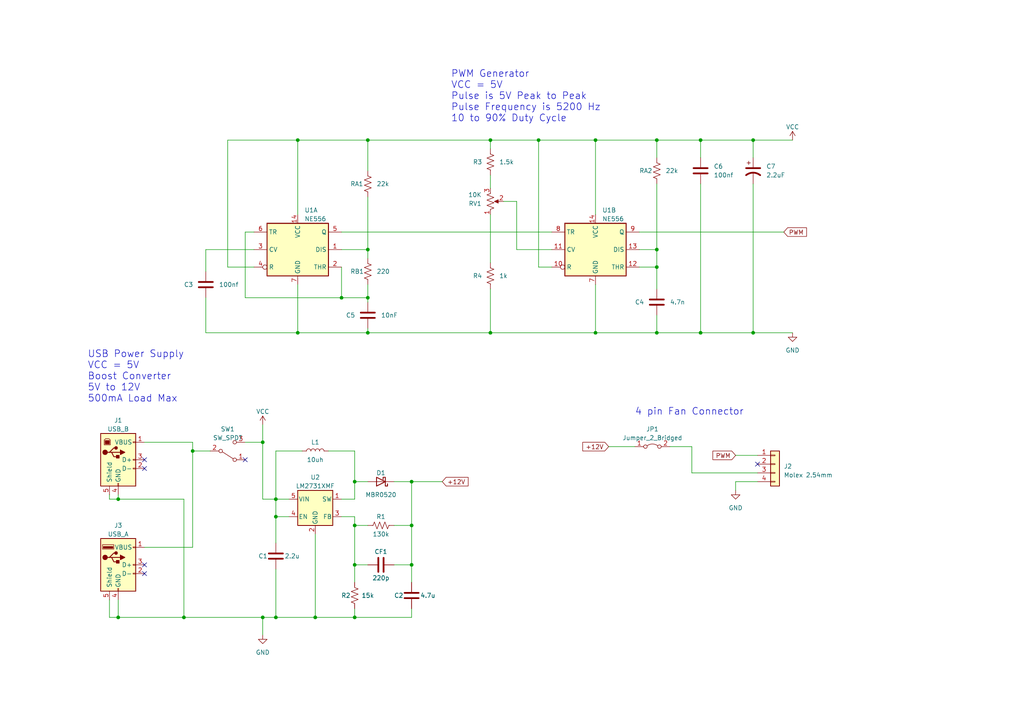
<source format=kicad_sch>
(kicad_sch (version 20230121) (generator eeschema)

  (uuid ee1a5e83-349c-4aa3-85d9-e7dee6661248)

  (paper "A4")

  (title_block
    (title "Usb Powered PCFan Air Extractor")
    (date "22/02/2023")
    (rev "1.1")
  )

  (lib_symbols
    (symbol "Connector:USB_A" (pin_names (offset 1.016)) (in_bom yes) (on_board yes)
      (property "Reference" "J" (at -5.08 11.43 0)
        (effects (font (size 1.27 1.27)) (justify left))
      )
      (property "Value" "USB_A" (at -5.08 8.89 0)
        (effects (font (size 1.27 1.27)) (justify left))
      )
      (property "Footprint" "" (at 3.81 -1.27 0)
        (effects (font (size 1.27 1.27)) hide)
      )
      (property "Datasheet" " ~" (at 3.81 -1.27 0)
        (effects (font (size 1.27 1.27)) hide)
      )
      (property "ki_keywords" "connector USB" (at 0 0 0)
        (effects (font (size 1.27 1.27)) hide)
      )
      (property "ki_description" "USB Type A connector" (at 0 0 0)
        (effects (font (size 1.27 1.27)) hide)
      )
      (property "ki_fp_filters" "USB*" (at 0 0 0)
        (effects (font (size 1.27 1.27)) hide)
      )
      (symbol "USB_A_0_1"
        (rectangle (start -5.08 -7.62) (end 5.08 7.62)
          (stroke (width 0.254) (type default))
          (fill (type background))
        )
        (circle (center -3.81 2.159) (radius 0.635)
          (stroke (width 0.254) (type default))
          (fill (type outline))
        )
        (rectangle (start -1.524 4.826) (end -4.318 5.334)
          (stroke (width 0) (type default))
          (fill (type outline))
        )
        (rectangle (start -1.27 4.572) (end -4.572 5.842)
          (stroke (width 0) (type default))
          (fill (type none))
        )
        (circle (center -0.635 3.429) (radius 0.381)
          (stroke (width 0.254) (type default))
          (fill (type outline))
        )
        (rectangle (start -0.127 -7.62) (end 0.127 -6.858)
          (stroke (width 0) (type default))
          (fill (type none))
        )
        (polyline
          (pts
            (xy -3.175 2.159)
            (xy -2.54 2.159)
            (xy -1.27 3.429)
            (xy -0.635 3.429)
          )
          (stroke (width 0.254) (type default))
          (fill (type none))
        )
        (polyline
          (pts
            (xy -2.54 2.159)
            (xy -1.905 2.159)
            (xy -1.27 0.889)
            (xy 0 0.889)
          )
          (stroke (width 0.254) (type default))
          (fill (type none))
        )
        (polyline
          (pts
            (xy 0.635 2.794)
            (xy 0.635 1.524)
            (xy 1.905 2.159)
            (xy 0.635 2.794)
          )
          (stroke (width 0.254) (type default))
          (fill (type outline))
        )
        (rectangle (start 0.254 1.27) (end -0.508 0.508)
          (stroke (width 0.254) (type default))
          (fill (type outline))
        )
        (rectangle (start 5.08 -2.667) (end 4.318 -2.413)
          (stroke (width 0) (type default))
          (fill (type none))
        )
        (rectangle (start 5.08 -0.127) (end 4.318 0.127)
          (stroke (width 0) (type default))
          (fill (type none))
        )
        (rectangle (start 5.08 4.953) (end 4.318 5.207)
          (stroke (width 0) (type default))
          (fill (type none))
        )
      )
      (symbol "USB_A_1_1"
        (polyline
          (pts
            (xy -1.905 2.159)
            (xy 0.635 2.159)
          )
          (stroke (width 0.254) (type default))
          (fill (type none))
        )
        (pin power_in line (at 7.62 5.08 180) (length 2.54)
          (name "VBUS" (effects (font (size 1.27 1.27))))
          (number "1" (effects (font (size 1.27 1.27))))
        )
        (pin bidirectional line (at 7.62 -2.54 180) (length 2.54)
          (name "D-" (effects (font (size 1.27 1.27))))
          (number "2" (effects (font (size 1.27 1.27))))
        )
        (pin bidirectional line (at 7.62 0 180) (length 2.54)
          (name "D+" (effects (font (size 1.27 1.27))))
          (number "3" (effects (font (size 1.27 1.27))))
        )
        (pin power_in line (at 0 -10.16 90) (length 2.54)
          (name "GND" (effects (font (size 1.27 1.27))))
          (number "4" (effects (font (size 1.27 1.27))))
        )
        (pin passive line (at -2.54 -10.16 90) (length 2.54)
          (name "Shield" (effects (font (size 1.27 1.27))))
          (number "5" (effects (font (size 1.27 1.27))))
        )
      )
    )
    (symbol "Connector:USB_B" (pin_names (offset 1.016)) (in_bom yes) (on_board yes)
      (property "Reference" "J" (at -5.08 11.43 0)
        (effects (font (size 1.27 1.27)) (justify left))
      )
      (property "Value" "USB_B" (at -5.08 8.89 0)
        (effects (font (size 1.27 1.27)) (justify left))
      )
      (property "Footprint" "" (at 3.81 -1.27 0)
        (effects (font (size 1.27 1.27)) hide)
      )
      (property "Datasheet" " ~" (at 3.81 -1.27 0)
        (effects (font (size 1.27 1.27)) hide)
      )
      (property "ki_keywords" "connector USB" (at 0 0 0)
        (effects (font (size 1.27 1.27)) hide)
      )
      (property "ki_description" "USB Type B connector" (at 0 0 0)
        (effects (font (size 1.27 1.27)) hide)
      )
      (property "ki_fp_filters" "USB*" (at 0 0 0)
        (effects (font (size 1.27 1.27)) hide)
      )
      (symbol "USB_B_0_1"
        (rectangle (start -5.08 -7.62) (end 5.08 7.62)
          (stroke (width 0.254) (type default))
          (fill (type background))
        )
        (circle (center -3.81 2.159) (radius 0.635)
          (stroke (width 0.254) (type default))
          (fill (type outline))
        )
        (rectangle (start -3.81 5.588) (end -2.54 4.572)
          (stroke (width 0) (type default))
          (fill (type outline))
        )
        (circle (center -0.635 3.429) (radius 0.381)
          (stroke (width 0.254) (type default))
          (fill (type outline))
        )
        (rectangle (start -0.127 -7.62) (end 0.127 -6.858)
          (stroke (width 0) (type default))
          (fill (type none))
        )
        (polyline
          (pts
            (xy -1.905 2.159)
            (xy 0.635 2.159)
          )
          (stroke (width 0.254) (type default))
          (fill (type none))
        )
        (polyline
          (pts
            (xy -3.175 2.159)
            (xy -2.54 2.159)
            (xy -1.27 3.429)
            (xy -0.635 3.429)
          )
          (stroke (width 0.254) (type default))
          (fill (type none))
        )
        (polyline
          (pts
            (xy -2.54 2.159)
            (xy -1.905 2.159)
            (xy -1.27 0.889)
            (xy 0 0.889)
          )
          (stroke (width 0.254) (type default))
          (fill (type none))
        )
        (polyline
          (pts
            (xy 0.635 2.794)
            (xy 0.635 1.524)
            (xy 1.905 2.159)
            (xy 0.635 2.794)
          )
          (stroke (width 0.254) (type default))
          (fill (type outline))
        )
        (polyline
          (pts
            (xy -4.064 4.318)
            (xy -2.286 4.318)
            (xy -2.286 5.715)
            (xy -2.667 6.096)
            (xy -3.683 6.096)
            (xy -4.064 5.715)
            (xy -4.064 4.318)
          )
          (stroke (width 0) (type default))
          (fill (type none))
        )
        (rectangle (start 0.254 1.27) (end -0.508 0.508)
          (stroke (width 0.254) (type default))
          (fill (type outline))
        )
        (rectangle (start 5.08 -2.667) (end 4.318 -2.413)
          (stroke (width 0) (type default))
          (fill (type none))
        )
        (rectangle (start 5.08 -0.127) (end 4.318 0.127)
          (stroke (width 0) (type default))
          (fill (type none))
        )
        (rectangle (start 5.08 4.953) (end 4.318 5.207)
          (stroke (width 0) (type default))
          (fill (type none))
        )
      )
      (symbol "USB_B_1_1"
        (pin power_out line (at 7.62 5.08 180) (length 2.54)
          (name "VBUS" (effects (font (size 1.27 1.27))))
          (number "1" (effects (font (size 1.27 1.27))))
        )
        (pin bidirectional line (at 7.62 -2.54 180) (length 2.54)
          (name "D-" (effects (font (size 1.27 1.27))))
          (number "2" (effects (font (size 1.27 1.27))))
        )
        (pin bidirectional line (at 7.62 0 180) (length 2.54)
          (name "D+" (effects (font (size 1.27 1.27))))
          (number "3" (effects (font (size 1.27 1.27))))
        )
        (pin power_out line (at 0 -10.16 90) (length 2.54)
          (name "GND" (effects (font (size 1.27 1.27))))
          (number "4" (effects (font (size 1.27 1.27))))
        )
        (pin passive line (at -2.54 -10.16 90) (length 2.54)
          (name "Shield" (effects (font (size 1.27 1.27))))
          (number "5" (effects (font (size 1.27 1.27))))
        )
      )
    )
    (symbol "Connector_Generic:Conn_01x04" (pin_names (offset 1.016) hide) (in_bom yes) (on_board yes)
      (property "Reference" "J" (at 0 5.08 0)
        (effects (font (size 1.27 1.27)))
      )
      (property "Value" "Conn_01x04" (at 0 -7.62 0)
        (effects (font (size 1.27 1.27)))
      )
      (property "Footprint" "" (at 0 0 0)
        (effects (font (size 1.27 1.27)) hide)
      )
      (property "Datasheet" "~" (at 0 0 0)
        (effects (font (size 1.27 1.27)) hide)
      )
      (property "ki_keywords" "connector" (at 0 0 0)
        (effects (font (size 1.27 1.27)) hide)
      )
      (property "ki_description" "Generic connector, single row, 01x04, script generated (kicad-library-utils/schlib/autogen/connector/)" (at 0 0 0)
        (effects (font (size 1.27 1.27)) hide)
      )
      (property "ki_fp_filters" "Connector*:*_1x??_*" (at 0 0 0)
        (effects (font (size 1.27 1.27)) hide)
      )
      (symbol "Conn_01x04_1_1"
        (rectangle (start -1.27 -4.953) (end 0 -5.207)
          (stroke (width 0.1524) (type default))
          (fill (type none))
        )
        (rectangle (start -1.27 -2.413) (end 0 -2.667)
          (stroke (width 0.1524) (type default))
          (fill (type none))
        )
        (rectangle (start -1.27 0.127) (end 0 -0.127)
          (stroke (width 0.1524) (type default))
          (fill (type none))
        )
        (rectangle (start -1.27 2.667) (end 0 2.413)
          (stroke (width 0.1524) (type default))
          (fill (type none))
        )
        (rectangle (start -1.27 3.81) (end 1.27 -6.35)
          (stroke (width 0.254) (type default))
          (fill (type background))
        )
        (pin passive line (at -5.08 2.54 0) (length 3.81)
          (name "Pin_1" (effects (font (size 1.27 1.27))))
          (number "1" (effects (font (size 1.27 1.27))))
        )
        (pin passive line (at -5.08 0 0) (length 3.81)
          (name "Pin_2" (effects (font (size 1.27 1.27))))
          (number "2" (effects (font (size 1.27 1.27))))
        )
        (pin passive line (at -5.08 -2.54 0) (length 3.81)
          (name "Pin_3" (effects (font (size 1.27 1.27))))
          (number "3" (effects (font (size 1.27 1.27))))
        )
        (pin passive line (at -5.08 -5.08 0) (length 3.81)
          (name "Pin_4" (effects (font (size 1.27 1.27))))
          (number "4" (effects (font (size 1.27 1.27))))
        )
      )
    )
    (symbol "Device:C" (pin_numbers hide) (pin_names (offset 0.254)) (in_bom yes) (on_board yes)
      (property "Reference" "C" (at 0.635 2.54 0)
        (effects (font (size 1.27 1.27)) (justify left))
      )
      (property "Value" "C" (at 0.635 -2.54 0)
        (effects (font (size 1.27 1.27)) (justify left))
      )
      (property "Footprint" "" (at 0.9652 -3.81 0)
        (effects (font (size 1.27 1.27)) hide)
      )
      (property "Datasheet" "~" (at 0 0 0)
        (effects (font (size 1.27 1.27)) hide)
      )
      (property "ki_keywords" "cap capacitor" (at 0 0 0)
        (effects (font (size 1.27 1.27)) hide)
      )
      (property "ki_description" "Unpolarized capacitor" (at 0 0 0)
        (effects (font (size 1.27 1.27)) hide)
      )
      (property "ki_fp_filters" "C_*" (at 0 0 0)
        (effects (font (size 1.27 1.27)) hide)
      )
      (symbol "C_0_1"
        (polyline
          (pts
            (xy -2.032 -0.762)
            (xy 2.032 -0.762)
          )
          (stroke (width 0.508) (type default))
          (fill (type none))
        )
        (polyline
          (pts
            (xy -2.032 0.762)
            (xy 2.032 0.762)
          )
          (stroke (width 0.508) (type default))
          (fill (type none))
        )
      )
      (symbol "C_1_1"
        (pin passive line (at 0 3.81 270) (length 2.794)
          (name "~" (effects (font (size 1.27 1.27))))
          (number "1" (effects (font (size 1.27 1.27))))
        )
        (pin passive line (at 0 -3.81 90) (length 2.794)
          (name "~" (effects (font (size 1.27 1.27))))
          (number "2" (effects (font (size 1.27 1.27))))
        )
      )
    )
    (symbol "Device:C_Polarized_US" (pin_numbers hide) (pin_names (offset 0.254) hide) (in_bom yes) (on_board yes)
      (property "Reference" "C" (at 0.635 2.54 0)
        (effects (font (size 1.27 1.27)) (justify left))
      )
      (property "Value" "C_Polarized_US" (at 0.635 -2.54 0)
        (effects (font (size 1.27 1.27)) (justify left))
      )
      (property "Footprint" "" (at 0 0 0)
        (effects (font (size 1.27 1.27)) hide)
      )
      (property "Datasheet" "~" (at 0 0 0)
        (effects (font (size 1.27 1.27)) hide)
      )
      (property "ki_keywords" "cap capacitor" (at 0 0 0)
        (effects (font (size 1.27 1.27)) hide)
      )
      (property "ki_description" "Polarized capacitor, US symbol" (at 0 0 0)
        (effects (font (size 1.27 1.27)) hide)
      )
      (property "ki_fp_filters" "CP_*" (at 0 0 0)
        (effects (font (size 1.27 1.27)) hide)
      )
      (symbol "C_Polarized_US_0_1"
        (polyline
          (pts
            (xy -2.032 0.762)
            (xy 2.032 0.762)
          )
          (stroke (width 0.508) (type default))
          (fill (type none))
        )
        (polyline
          (pts
            (xy -1.778 2.286)
            (xy -0.762 2.286)
          )
          (stroke (width 0) (type default))
          (fill (type none))
        )
        (polyline
          (pts
            (xy -1.27 1.778)
            (xy -1.27 2.794)
          )
          (stroke (width 0) (type default))
          (fill (type none))
        )
        (arc (start 2.032 -1.27) (mid 0 -0.5572) (end -2.032 -1.27)
          (stroke (width 0.508) (type default))
          (fill (type none))
        )
      )
      (symbol "C_Polarized_US_1_1"
        (pin passive line (at 0 3.81 270) (length 2.794)
          (name "~" (effects (font (size 1.27 1.27))))
          (number "1" (effects (font (size 1.27 1.27))))
        )
        (pin passive line (at 0 -3.81 90) (length 3.302)
          (name "~" (effects (font (size 1.27 1.27))))
          (number "2" (effects (font (size 1.27 1.27))))
        )
      )
    )
    (symbol "Device:D_Schottky" (pin_numbers hide) (pin_names (offset 1.016) hide) (in_bom yes) (on_board yes)
      (property "Reference" "D" (at 0 2.54 0)
        (effects (font (size 1.27 1.27)))
      )
      (property "Value" "D_Schottky" (at 0 -2.54 0)
        (effects (font (size 1.27 1.27)))
      )
      (property "Footprint" "" (at 0 0 0)
        (effects (font (size 1.27 1.27)) hide)
      )
      (property "Datasheet" "~" (at 0 0 0)
        (effects (font (size 1.27 1.27)) hide)
      )
      (property "ki_keywords" "diode Schottky" (at 0 0 0)
        (effects (font (size 1.27 1.27)) hide)
      )
      (property "ki_description" "Schottky diode" (at 0 0 0)
        (effects (font (size 1.27 1.27)) hide)
      )
      (property "ki_fp_filters" "TO-???* *_Diode_* *SingleDiode* D_*" (at 0 0 0)
        (effects (font (size 1.27 1.27)) hide)
      )
      (symbol "D_Schottky_0_1"
        (polyline
          (pts
            (xy 1.27 0)
            (xy -1.27 0)
          )
          (stroke (width 0) (type default))
          (fill (type none))
        )
        (polyline
          (pts
            (xy 1.27 1.27)
            (xy 1.27 -1.27)
            (xy -1.27 0)
            (xy 1.27 1.27)
          )
          (stroke (width 0.254) (type default))
          (fill (type none))
        )
        (polyline
          (pts
            (xy -1.905 0.635)
            (xy -1.905 1.27)
            (xy -1.27 1.27)
            (xy -1.27 -1.27)
            (xy -0.635 -1.27)
            (xy -0.635 -0.635)
          )
          (stroke (width 0.254) (type default))
          (fill (type none))
        )
      )
      (symbol "D_Schottky_1_1"
        (pin passive line (at -3.81 0 0) (length 2.54)
          (name "K" (effects (font (size 1.27 1.27))))
          (number "1" (effects (font (size 1.27 1.27))))
        )
        (pin passive line (at 3.81 0 180) (length 2.54)
          (name "A" (effects (font (size 1.27 1.27))))
          (number "2" (effects (font (size 1.27 1.27))))
        )
      )
    )
    (symbol "Device:L" (pin_numbers hide) (pin_names (offset 1.016) hide) (in_bom yes) (on_board yes)
      (property "Reference" "L" (at -1.27 0 90)
        (effects (font (size 1.27 1.27)))
      )
      (property "Value" "L" (at 1.905 0 90)
        (effects (font (size 1.27 1.27)))
      )
      (property "Footprint" "" (at 0 0 0)
        (effects (font (size 1.27 1.27)) hide)
      )
      (property "Datasheet" "~" (at 0 0 0)
        (effects (font (size 1.27 1.27)) hide)
      )
      (property "ki_keywords" "inductor choke coil reactor magnetic" (at 0 0 0)
        (effects (font (size 1.27 1.27)) hide)
      )
      (property "ki_description" "Inductor" (at 0 0 0)
        (effects (font (size 1.27 1.27)) hide)
      )
      (property "ki_fp_filters" "Choke_* *Coil* Inductor_* L_*" (at 0 0 0)
        (effects (font (size 1.27 1.27)) hide)
      )
      (symbol "L_0_1"
        (arc (start 0 -2.54) (mid 0.6323 -1.905) (end 0 -1.27)
          (stroke (width 0) (type default))
          (fill (type none))
        )
        (arc (start 0 -1.27) (mid 0.6323 -0.635) (end 0 0)
          (stroke (width 0) (type default))
          (fill (type none))
        )
        (arc (start 0 0) (mid 0.6323 0.635) (end 0 1.27)
          (stroke (width 0) (type default))
          (fill (type none))
        )
        (arc (start 0 1.27) (mid 0.6323 1.905) (end 0 2.54)
          (stroke (width 0) (type default))
          (fill (type none))
        )
      )
      (symbol "L_1_1"
        (pin passive line (at 0 3.81 270) (length 1.27)
          (name "1" (effects (font (size 1.27 1.27))))
          (number "1" (effects (font (size 1.27 1.27))))
        )
        (pin passive line (at 0 -3.81 90) (length 1.27)
          (name "2" (effects (font (size 1.27 1.27))))
          (number "2" (effects (font (size 1.27 1.27))))
        )
      )
    )
    (symbol "Device:R_Potentiometer_US" (pin_names (offset 1.016) hide) (in_bom yes) (on_board yes)
      (property "Reference" "RV" (at -4.445 0 90)
        (effects (font (size 1.27 1.27)))
      )
      (property "Value" "R_Potentiometer_US" (at -2.54 0 90)
        (effects (font (size 1.27 1.27)))
      )
      (property "Footprint" "" (at 0 0 0)
        (effects (font (size 1.27 1.27)) hide)
      )
      (property "Datasheet" "~" (at 0 0 0)
        (effects (font (size 1.27 1.27)) hide)
      )
      (property "ki_keywords" "resistor variable" (at 0 0 0)
        (effects (font (size 1.27 1.27)) hide)
      )
      (property "ki_description" "Potentiometer, US symbol" (at 0 0 0)
        (effects (font (size 1.27 1.27)) hide)
      )
      (property "ki_fp_filters" "Potentiometer*" (at 0 0 0)
        (effects (font (size 1.27 1.27)) hide)
      )
      (symbol "R_Potentiometer_US_0_1"
        (polyline
          (pts
            (xy 0 -2.286)
            (xy 0 -2.54)
          )
          (stroke (width 0) (type default))
          (fill (type none))
        )
        (polyline
          (pts
            (xy 0 2.54)
            (xy 0 2.286)
          )
          (stroke (width 0) (type default))
          (fill (type none))
        )
        (polyline
          (pts
            (xy 2.54 0)
            (xy 1.524 0)
          )
          (stroke (width 0) (type default))
          (fill (type none))
        )
        (polyline
          (pts
            (xy 1.143 0)
            (xy 2.286 0.508)
            (xy 2.286 -0.508)
            (xy 1.143 0)
          )
          (stroke (width 0) (type default))
          (fill (type outline))
        )
        (polyline
          (pts
            (xy 0 -0.762)
            (xy 1.016 -1.143)
            (xy 0 -1.524)
            (xy -1.016 -1.905)
            (xy 0 -2.286)
          )
          (stroke (width 0) (type default))
          (fill (type none))
        )
        (polyline
          (pts
            (xy 0 0.762)
            (xy 1.016 0.381)
            (xy 0 0)
            (xy -1.016 -0.381)
            (xy 0 -0.762)
          )
          (stroke (width 0) (type default))
          (fill (type none))
        )
        (polyline
          (pts
            (xy 0 2.286)
            (xy 1.016 1.905)
            (xy 0 1.524)
            (xy -1.016 1.143)
            (xy 0 0.762)
          )
          (stroke (width 0) (type default))
          (fill (type none))
        )
      )
      (symbol "R_Potentiometer_US_1_1"
        (pin passive line (at 0 3.81 270) (length 1.27)
          (name "1" (effects (font (size 1.27 1.27))))
          (number "1" (effects (font (size 1.27 1.27))))
        )
        (pin passive line (at 3.81 0 180) (length 1.27)
          (name "2" (effects (font (size 1.27 1.27))))
          (number "2" (effects (font (size 1.27 1.27))))
        )
        (pin passive line (at 0 -3.81 90) (length 1.27)
          (name "3" (effects (font (size 1.27 1.27))))
          (number "3" (effects (font (size 1.27 1.27))))
        )
      )
    )
    (symbol "Device:R_US" (pin_numbers hide) (pin_names (offset 0)) (in_bom yes) (on_board yes)
      (property "Reference" "R" (at 2.54 0 90)
        (effects (font (size 1.27 1.27)))
      )
      (property "Value" "R_US" (at -2.54 0 90)
        (effects (font (size 1.27 1.27)))
      )
      (property "Footprint" "" (at 1.016 -0.254 90)
        (effects (font (size 1.27 1.27)) hide)
      )
      (property "Datasheet" "~" (at 0 0 0)
        (effects (font (size 1.27 1.27)) hide)
      )
      (property "ki_keywords" "R res resistor" (at 0 0 0)
        (effects (font (size 1.27 1.27)) hide)
      )
      (property "ki_description" "Resistor, US symbol" (at 0 0 0)
        (effects (font (size 1.27 1.27)) hide)
      )
      (property "ki_fp_filters" "R_*" (at 0 0 0)
        (effects (font (size 1.27 1.27)) hide)
      )
      (symbol "R_US_0_1"
        (polyline
          (pts
            (xy 0 -2.286)
            (xy 0 -2.54)
          )
          (stroke (width 0) (type default))
          (fill (type none))
        )
        (polyline
          (pts
            (xy 0 2.286)
            (xy 0 2.54)
          )
          (stroke (width 0) (type default))
          (fill (type none))
        )
        (polyline
          (pts
            (xy 0 -0.762)
            (xy 1.016 -1.143)
            (xy 0 -1.524)
            (xy -1.016 -1.905)
            (xy 0 -2.286)
          )
          (stroke (width 0) (type default))
          (fill (type none))
        )
        (polyline
          (pts
            (xy 0 0.762)
            (xy 1.016 0.381)
            (xy 0 0)
            (xy -1.016 -0.381)
            (xy 0 -0.762)
          )
          (stroke (width 0) (type default))
          (fill (type none))
        )
        (polyline
          (pts
            (xy 0 2.286)
            (xy 1.016 1.905)
            (xy 0 1.524)
            (xy -1.016 1.143)
            (xy 0 0.762)
          )
          (stroke (width 0) (type default))
          (fill (type none))
        )
      )
      (symbol "R_US_1_1"
        (pin passive line (at 0 3.81 270) (length 1.27)
          (name "~" (effects (font (size 1.27 1.27))))
          (number "1" (effects (font (size 1.27 1.27))))
        )
        (pin passive line (at 0 -3.81 90) (length 1.27)
          (name "~" (effects (font (size 1.27 1.27))))
          (number "2" (effects (font (size 1.27 1.27))))
        )
      )
    )
    (symbol "Jumper:Jumper_2_Bridged" (pin_names (offset 0) hide) (in_bom yes) (on_board yes)
      (property "Reference" "JP" (at 0 1.905 0)
        (effects (font (size 1.27 1.27)))
      )
      (property "Value" "Jumper_2_Bridged" (at 0 -2.54 0)
        (effects (font (size 1.27 1.27)))
      )
      (property "Footprint" "" (at 0 0 0)
        (effects (font (size 1.27 1.27)) hide)
      )
      (property "Datasheet" "~" (at 0 0 0)
        (effects (font (size 1.27 1.27)) hide)
      )
      (property "ki_keywords" "Jumper SPST" (at 0 0 0)
        (effects (font (size 1.27 1.27)) hide)
      )
      (property "ki_description" "Jumper, 2-pole, closed/bridged" (at 0 0 0)
        (effects (font (size 1.27 1.27)) hide)
      )
      (property "ki_fp_filters" "Jumper* TestPoint*2Pads* TestPoint*Bridge*" (at 0 0 0)
        (effects (font (size 1.27 1.27)) hide)
      )
      (symbol "Jumper_2_Bridged_0_0"
        (circle (center -2.032 0) (radius 0.508)
          (stroke (width 0) (type default))
          (fill (type none))
        )
        (circle (center 2.032 0) (radius 0.508)
          (stroke (width 0) (type default))
          (fill (type none))
        )
      )
      (symbol "Jumper_2_Bridged_0_1"
        (arc (start 1.524 0.254) (mid 0 0.762) (end -1.524 0.254)
          (stroke (width 0) (type default))
          (fill (type none))
        )
      )
      (symbol "Jumper_2_Bridged_1_1"
        (pin passive line (at -5.08 0 0) (length 2.54)
          (name "A" (effects (font (size 1.27 1.27))))
          (number "1" (effects (font (size 1.27 1.27))))
        )
        (pin passive line (at 5.08 0 180) (length 2.54)
          (name "B" (effects (font (size 1.27 1.27))))
          (number "2" (effects (font (size 1.27 1.27))))
        )
      )
    )
    (symbol "Regulator_Switching:LM2731XMF" (pin_names (offset 0.254)) (in_bom yes) (on_board yes)
      (property "Reference" "U" (at -5.08 6.35 0)
        (effects (font (size 1.27 1.27)) (justify left))
      )
      (property "Value" "LM2731XMF" (at 0 6.35 0)
        (effects (font (size 1.27 1.27)) (justify left))
      )
      (property "Footprint" "Package_TO_SOT_SMD:SOT-23-5" (at 1.27 -6.35 0)
        (effects (font (size 1.27 1.27) italic) (justify left) hide)
      )
      (property "Datasheet" "http://www.ti.com/lit/ds/symlink/lm2731.pdf" (at 0 2.54 0)
        (effects (font (size 1.27 1.27)) hide)
      )
      (property "ki_keywords" "Miniature Step-Up Boost Voltage Regulator" (at 0 0 0)
        (effects (font (size 1.27 1.27)) hide)
      )
      (property "ki_description" "LM27313, 1.8A, 22Vout Boost Voltage Regulator, 1.6MHz Frequency, SOT-23-5" (at 0 0 0)
        (effects (font (size 1.27 1.27)) hide)
      )
      (property "ki_fp_filters" "SOT?23*" (at 0 0 0)
        (effects (font (size 1.27 1.27)) hide)
      )
      (symbol "LM2731XMF_0_1"
        (rectangle (start -5.08 5.08) (end 5.08 -5.08)
          (stroke (width 0.254) (type default))
          (fill (type background))
        )
      )
      (symbol "LM2731XMF_1_1"
        (pin output line (at 7.62 2.54 180) (length 2.54)
          (name "SW" (effects (font (size 1.27 1.27))))
          (number "1" (effects (font (size 1.27 1.27))))
        )
        (pin power_in line (at 0 -7.62 90) (length 2.54)
          (name "GND" (effects (font (size 1.27 1.27))))
          (number "2" (effects (font (size 1.27 1.27))))
        )
        (pin input line (at 7.62 -2.54 180) (length 2.54)
          (name "FB" (effects (font (size 1.27 1.27))))
          (number "3" (effects (font (size 1.27 1.27))))
        )
        (pin input line (at -7.62 -2.54 0) (length 2.54)
          (name "EN" (effects (font (size 1.27 1.27))))
          (number "4" (effects (font (size 1.27 1.27))))
        )
        (pin input line (at -7.62 2.54 0) (length 2.54)
          (name "VIN" (effects (font (size 1.27 1.27))))
          (number "5" (effects (font (size 1.27 1.27))))
        )
      )
    )
    (symbol "Switch:SW_SPDT" (pin_names (offset 0) hide) (in_bom yes) (on_board yes)
      (property "Reference" "SW" (at 0 4.318 0)
        (effects (font (size 1.27 1.27)))
      )
      (property "Value" "SW_SPDT" (at 0 -5.08 0)
        (effects (font (size 1.27 1.27)))
      )
      (property "Footprint" "" (at 0 0 0)
        (effects (font (size 1.27 1.27)) hide)
      )
      (property "Datasheet" "~" (at 0 0 0)
        (effects (font (size 1.27 1.27)) hide)
      )
      (property "ki_keywords" "switch single-pole double-throw spdt ON-ON" (at 0 0 0)
        (effects (font (size 1.27 1.27)) hide)
      )
      (property "ki_description" "Switch, single pole double throw" (at 0 0 0)
        (effects (font (size 1.27 1.27)) hide)
      )
      (symbol "SW_SPDT_0_0"
        (circle (center -2.032 0) (radius 0.508)
          (stroke (width 0) (type default))
          (fill (type none))
        )
        (circle (center 2.032 -2.54) (radius 0.508)
          (stroke (width 0) (type default))
          (fill (type none))
        )
      )
      (symbol "SW_SPDT_0_1"
        (polyline
          (pts
            (xy -1.524 0.254)
            (xy 1.651 2.286)
          )
          (stroke (width 0) (type default))
          (fill (type none))
        )
        (circle (center 2.032 2.54) (radius 0.508)
          (stroke (width 0) (type default))
          (fill (type none))
        )
      )
      (symbol "SW_SPDT_1_1"
        (pin passive line (at 5.08 2.54 180) (length 2.54)
          (name "A" (effects (font (size 1.27 1.27))))
          (number "1" (effects (font (size 1.27 1.27))))
        )
        (pin passive line (at -5.08 0 0) (length 2.54)
          (name "B" (effects (font (size 1.27 1.27))))
          (number "2" (effects (font (size 1.27 1.27))))
        )
        (pin passive line (at 5.08 -2.54 180) (length 2.54)
          (name "C" (effects (font (size 1.27 1.27))))
          (number "3" (effects (font (size 1.27 1.27))))
        )
      )
    )
    (symbol "Timer:NE556" (in_bom yes) (on_board yes)
      (property "Reference" "U" (at -10.16 8.89 0)
        (effects (font (size 1.27 1.27)) (justify left))
      )
      (property "Value" "NE556" (at -10.16 -8.89 0)
        (effects (font (size 1.27 1.27)) (justify left))
      )
      (property "Footprint" "" (at 0 0 0)
        (effects (font (size 1.27 1.27)) hide)
      )
      (property "Datasheet" "http://www.ti.com/lit/ds/symlink/ne556.pdf" (at 0 0 0)
        (effects (font (size 1.27 1.27)) hide)
      )
      (property "ki_keywords" "dual timer" (at 0 0 0)
        (effects (font (size 1.27 1.27)) hide)
      )
      (property "ki_description" "Dual Precision Timers, DIP-14/SOIC-14" (at 0 0 0)
        (effects (font (size 1.27 1.27)) hide)
      )
      (property "ki_fp_filters" "DIP*W7.62mm* TSSOP*5.3x6.2mm*P0.65mm* SOIC*3.9x8.7mm*P1.27mm*" (at 0 0 0)
        (effects (font (size 1.27 1.27)) hide)
      )
      (symbol "NE556_0_0"
        (pin power_in line (at 0 10.16 270) (length 2.54)
          (name "VCC" (effects (font (size 1.27 1.27))))
          (number "14" (effects (font (size 1.27 1.27))))
        )
        (pin power_in line (at 0 -10.16 90) (length 2.54)
          (name "GND" (effects (font (size 1.27 1.27))))
          (number "7" (effects (font (size 1.27 1.27))))
        )
      )
      (symbol "NE556_0_1"
        (rectangle (start -8.89 -7.62) (end 8.89 7.62)
          (stroke (width 0.254) (type default))
          (fill (type background))
        )
        (rectangle (start -8.89 -7.62) (end 8.89 7.62)
          (stroke (width 0.254) (type default))
          (fill (type background))
        )
      )
      (symbol "NE556_1_1"
        (pin input line (at 12.7 0 180) (length 3.81)
          (name "DIS" (effects (font (size 1.27 1.27))))
          (number "1" (effects (font (size 1.27 1.27))))
        )
        (pin input line (at 12.7 -5.08 180) (length 3.81)
          (name "THR" (effects (font (size 1.27 1.27))))
          (number "2" (effects (font (size 1.27 1.27))))
        )
        (pin input line (at -12.7 0 0) (length 3.81)
          (name "CV" (effects (font (size 1.27 1.27))))
          (number "3" (effects (font (size 1.27 1.27))))
        )
        (pin input inverted (at -12.7 -5.08 0) (length 3.81)
          (name "R" (effects (font (size 1.27 1.27))))
          (number "4" (effects (font (size 1.27 1.27))))
        )
        (pin output line (at 12.7 5.08 180) (length 3.81)
          (name "Q" (effects (font (size 1.27 1.27))))
          (number "5" (effects (font (size 1.27 1.27))))
        )
        (pin input line (at -12.7 5.08 0) (length 3.81)
          (name "TR" (effects (font (size 1.27 1.27))))
          (number "6" (effects (font (size 1.27 1.27))))
        )
      )
      (symbol "NE556_2_1"
        (pin input inverted (at -12.7 -5.08 0) (length 3.81)
          (name "R" (effects (font (size 1.27 1.27))))
          (number "10" (effects (font (size 1.27 1.27))))
        )
        (pin input line (at -12.7 0 0) (length 3.81)
          (name "CV" (effects (font (size 1.27 1.27))))
          (number "11" (effects (font (size 1.27 1.27))))
        )
        (pin input line (at 12.7 -5.08 180) (length 3.81)
          (name "THR" (effects (font (size 1.27 1.27))))
          (number "12" (effects (font (size 1.27 1.27))))
        )
        (pin input line (at 12.7 0 180) (length 3.81)
          (name "DIS" (effects (font (size 1.27 1.27))))
          (number "13" (effects (font (size 1.27 1.27))))
        )
        (pin input line (at -12.7 5.08 0) (length 3.81)
          (name "TR" (effects (font (size 1.27 1.27))))
          (number "8" (effects (font (size 1.27 1.27))))
        )
        (pin output line (at 12.7 5.08 180) (length 3.81)
          (name "Q" (effects (font (size 1.27 1.27))))
          (number "9" (effects (font (size 1.27 1.27))))
        )
      )
    )
    (symbol "power:GND" (power) (pin_names (offset 0)) (in_bom yes) (on_board yes)
      (property "Reference" "#PWR" (at 0 -6.35 0)
        (effects (font (size 1.27 1.27)) hide)
      )
      (property "Value" "GND" (at 0 -3.81 0)
        (effects (font (size 1.27 1.27)))
      )
      (property "Footprint" "" (at 0 0 0)
        (effects (font (size 1.27 1.27)) hide)
      )
      (property "Datasheet" "" (at 0 0 0)
        (effects (font (size 1.27 1.27)) hide)
      )
      (property "ki_keywords" "global power" (at 0 0 0)
        (effects (font (size 1.27 1.27)) hide)
      )
      (property "ki_description" "Power symbol creates a global label with name \"GND\" , ground" (at 0 0 0)
        (effects (font (size 1.27 1.27)) hide)
      )
      (symbol "GND_0_1"
        (polyline
          (pts
            (xy 0 0)
            (xy 0 -1.27)
            (xy 1.27 -1.27)
            (xy 0 -2.54)
            (xy -1.27 -1.27)
            (xy 0 -1.27)
          )
          (stroke (width 0) (type default))
          (fill (type none))
        )
      )
      (symbol "GND_1_1"
        (pin power_in line (at 0 0 270) (length 0) hide
          (name "GND" (effects (font (size 1.27 1.27))))
          (number "1" (effects (font (size 1.27 1.27))))
        )
      )
    )
    (symbol "power:VCC" (power) (pin_names (offset 0)) (in_bom yes) (on_board yes)
      (property "Reference" "#PWR" (at 0 -3.81 0)
        (effects (font (size 1.27 1.27)) hide)
      )
      (property "Value" "VCC" (at 0 3.81 0)
        (effects (font (size 1.27 1.27)))
      )
      (property "Footprint" "" (at 0 0 0)
        (effects (font (size 1.27 1.27)) hide)
      )
      (property "Datasheet" "" (at 0 0 0)
        (effects (font (size 1.27 1.27)) hide)
      )
      (property "ki_keywords" "global power" (at 0 0 0)
        (effects (font (size 1.27 1.27)) hide)
      )
      (property "ki_description" "Power symbol creates a global label with name \"VCC\"" (at 0 0 0)
        (effects (font (size 1.27 1.27)) hide)
      )
      (symbol "VCC_0_1"
        (polyline
          (pts
            (xy -0.762 1.27)
            (xy 0 2.54)
          )
          (stroke (width 0) (type default))
          (fill (type none))
        )
        (polyline
          (pts
            (xy 0 0)
            (xy 0 2.54)
          )
          (stroke (width 0) (type default))
          (fill (type none))
        )
        (polyline
          (pts
            (xy 0 2.54)
            (xy 0.762 1.27)
          )
          (stroke (width 0) (type default))
          (fill (type none))
        )
      )
      (symbol "VCC_1_1"
        (pin power_in line (at 0 0 90) (length 0) hide
          (name "VCC" (effects (font (size 1.27 1.27))))
          (number "1" (effects (font (size 1.27 1.27))))
        )
      )
    )
  )

  (junction (at 106.68 72.39) (diameter 0) (color 0 0 0 0)
    (uuid 07b1bd2d-78aa-4ec6-a97b-bb1be61141db)
  )
  (junction (at 80.01 179.07) (diameter 0) (color 0 0 0 0)
    (uuid 08e74e62-1673-469a-b856-56313f531679)
  )
  (junction (at 102.87 139.7) (diameter 0) (color 0 0 0 0)
    (uuid 0ea7c617-2aa6-413f-8fce-20ff3853378d)
  )
  (junction (at 91.44 179.07) (diameter 0) (color 0 0 0 0)
    (uuid 15012bed-abab-464c-a632-6c804ae165a1)
  )
  (junction (at 55.88 130.81) (diameter 0) (color 0 0 0 0)
    (uuid 1bdc4f1b-0971-4a2a-843c-27d21ae51e22)
  )
  (junction (at 80.01 144.78) (diameter 0) (color 0 0 0 0)
    (uuid 1c21223e-2c42-426a-b228-a7ee8f415dfb)
  )
  (junction (at 53.34 179.07) (diameter 0) (color 0 0 0 0)
    (uuid 2199e8f8-ff94-43fc-be63-e7355ee4f10f)
  )
  (junction (at 76.2 128.27) (diameter 0) (color 0 0 0 0)
    (uuid 27ef3a4f-70d5-4b9c-8819-bb00c7721558)
  )
  (junction (at 142.24 96.52) (diameter 0) (color 0 0 0 0)
    (uuid 28e21cda-38a8-4bec-afa0-3218e12dd2b5)
  )
  (junction (at 34.29 179.07) (diameter 0) (color 0 0 0 0)
    (uuid 33d6d36d-cdbe-499a-a03d-ff48f13c3378)
  )
  (junction (at 119.38 163.83) (diameter 0) (color 0 0 0 0)
    (uuid 33ff47c0-434a-4474-90f5-124be16ad6d5)
  )
  (junction (at 34.29 144.78) (diameter 0) (color 0 0 0 0)
    (uuid 38018bd2-6e3a-4ade-af16-07186247383e)
  )
  (junction (at 142.24 40.64) (diameter 0) (color 0 0 0 0)
    (uuid 3f4b4498-61e0-4a21-8b30-a93938bb9d8c)
  )
  (junction (at 172.72 96.52) (diameter 0) (color 0 0 0 0)
    (uuid 465e1e80-616e-4284-b552-7d0582fdeea8)
  )
  (junction (at 106.68 96.52) (diameter 0) (color 0 0 0 0)
    (uuid 49a1bb22-c51f-4e88-a947-bf092c82d6b9)
  )
  (junction (at 218.44 40.64) (diameter 0) (color 0 0 0 0)
    (uuid 4abfa2d4-1f94-46ce-9591-573c03bff41a)
  )
  (junction (at 106.68 40.64) (diameter 0) (color 0 0 0 0)
    (uuid 4bd06da5-7ce6-41db-893f-c6efda36416b)
  )
  (junction (at 190.5 72.39) (diameter 0) (color 0 0 0 0)
    (uuid 50e4ed08-1522-4155-b859-4d8d868260a9)
  )
  (junction (at 203.2 96.52) (diameter 0) (color 0 0 0 0)
    (uuid 5c68d2be-cec8-4f81-ab50-1570468c3d31)
  )
  (junction (at 190.5 96.52) (diameter 0) (color 0 0 0 0)
    (uuid 5de32083-91ca-4b76-9f1a-429a264807b8)
  )
  (junction (at 172.72 40.64) (diameter 0) (color 0 0 0 0)
    (uuid 670e0d7b-8b7a-4438-8f62-18a47e5d218a)
  )
  (junction (at 119.38 152.4) (diameter 0) (color 0 0 0 0)
    (uuid 9628a3f5-0d38-4c14-a9d7-d331054a2424)
  )
  (junction (at 190.5 40.64) (diameter 0) (color 0 0 0 0)
    (uuid 9ad4a95f-362a-460b-8218-5283c03ca07e)
  )
  (junction (at 218.44 96.52) (diameter 0) (color 0 0 0 0)
    (uuid 9d0e808e-ef1e-494b-b33f-cf1561c6db73)
  )
  (junction (at 86.36 96.52) (diameter 0) (color 0 0 0 0)
    (uuid a6af8ae2-5090-4479-9e2d-53f8b7fb99d7)
  )
  (junction (at 86.36 40.64) (diameter 0) (color 0 0 0 0)
    (uuid aca6f956-736b-4301-9348-2a383b2e3a0d)
  )
  (junction (at 102.87 179.07) (diameter 0) (color 0 0 0 0)
    (uuid ad28f41c-bf01-449b-a70f-0db5510363fe)
  )
  (junction (at 119.38 139.7) (diameter 0) (color 0 0 0 0)
    (uuid b1cd8717-bdcc-4f46-8f1b-35393b6898c8)
  )
  (junction (at 80.01 149.86) (diameter 0) (color 0 0 0 0)
    (uuid b2286230-bc71-4e5d-9898-3e91ea281519)
  )
  (junction (at 190.5 77.47) (diameter 0) (color 0 0 0 0)
    (uuid b92a0201-1068-43bb-97a8-82bca0ccf048)
  )
  (junction (at 102.87 152.4) (diameter 0) (color 0 0 0 0)
    (uuid bd576ef0-a0a2-4e34-8e66-ee2b19d97d00)
  )
  (junction (at 76.2 179.07) (diameter 0) (color 0 0 0 0)
    (uuid caf1508a-a2b1-4364-a596-1db00aba6026)
  )
  (junction (at 106.68 86.36) (diameter 0) (color 0 0 0 0)
    (uuid d815449d-3380-4cf5-a185-8484d0e2f1d0)
  )
  (junction (at 99.06 86.36) (diameter 0) (color 0 0 0 0)
    (uuid da7409d3-63d6-44fb-addb-0f21728d2b0c)
  )
  (junction (at 156.21 40.64) (diameter 0) (color 0 0 0 0)
    (uuid de0690b7-0aa8-4771-9fd4-1d58c934b81c)
  )
  (junction (at 203.2 40.64) (diameter 0) (color 0 0 0 0)
    (uuid e0f8e8a9-006e-448e-ab91-53e93075bfeb)
  )
  (junction (at 102.87 163.83) (diameter 0) (color 0 0 0 0)
    (uuid f40644b6-5eb8-419e-8dac-69429bfcfa43)
  )

  (no_connect (at 71.12 133.35) (uuid 359e8afa-8c9f-460e-bc66-204d7753c887))
  (no_connect (at 41.91 133.35) (uuid 5288107a-b413-4528-b912-9e066a1d7b11))
  (no_connect (at 41.91 135.89) (uuid 7f51369e-35e1-4495-bbc3-99c63eb36429))
  (no_connect (at 41.91 163.83) (uuid 843c8586-c1de-4996-b8eb-06e10311fa76))
  (no_connect (at 219.71 134.62) (uuid efabaf7e-a03f-497b-b87b-5d7626ed842c))
  (no_connect (at 41.91 166.37) (uuid f4323596-2fd9-4ad6-a1c2-ee96f90b22af))

  (wire (pts (xy 66.04 77.47) (xy 66.04 40.64))
    (stroke (width 0) (type default))
    (uuid 009f8637-ba88-4c7c-adff-3311a4c2e80f)
  )
  (wire (pts (xy 76.2 179.07) (xy 76.2 184.15))
    (stroke (width 0) (type default))
    (uuid 064094ad-39e8-4764-9a20-23ded6a0c340)
  )
  (wire (pts (xy 73.66 67.31) (xy 71.12 67.31))
    (stroke (width 0) (type default))
    (uuid 075a0f8f-83b2-42f4-bdec-c21e408eb012)
  )
  (wire (pts (xy 73.66 77.47) (xy 66.04 77.47))
    (stroke (width 0) (type default))
    (uuid 08aa1ea5-fcd2-439b-bb2c-566527d3248d)
  )
  (wire (pts (xy 55.88 130.81) (xy 60.96 130.81))
    (stroke (width 0) (type default))
    (uuid 090513d9-704d-45fb-b43b-6f829cbe236d)
  )
  (wire (pts (xy 172.72 82.55) (xy 172.72 96.52))
    (stroke (width 0) (type default))
    (uuid 09b4aa6c-86af-4b0c-9061-2b8f6139ead8)
  )
  (wire (pts (xy 53.34 144.78) (xy 53.34 179.07))
    (stroke (width 0) (type default))
    (uuid 0bda33a0-58de-47e4-ac90-f872c0fa2aa9)
  )
  (wire (pts (xy 76.2 123.19) (xy 76.2 128.27))
    (stroke (width 0) (type default))
    (uuid 0f155770-0d17-43d6-bea1-e9e60d1dd9cd)
  )
  (wire (pts (xy 76.2 144.78) (xy 80.01 144.78))
    (stroke (width 0) (type default))
    (uuid 1290bd9a-7f5c-4450-be93-c176859abcc6)
  )
  (wire (pts (xy 190.5 72.39) (xy 190.5 77.47))
    (stroke (width 0) (type default))
    (uuid 14f75dc7-64b3-487b-8498-dd028ae048a6)
  )
  (wire (pts (xy 86.36 96.52) (xy 106.68 96.52))
    (stroke (width 0) (type default))
    (uuid 152157d9-6fad-45ff-984c-dc1ff754fa5d)
  )
  (wire (pts (xy 86.36 40.64) (xy 86.36 62.23))
    (stroke (width 0) (type default))
    (uuid 190fab47-171d-4d9b-aa43-7e64264c577c)
  )
  (wire (pts (xy 190.5 40.64) (xy 203.2 40.64))
    (stroke (width 0) (type default))
    (uuid 1b88421d-20bc-4ddb-b356-fa440ededa14)
  )
  (wire (pts (xy 190.5 77.47) (xy 185.42 77.47))
    (stroke (width 0) (type default))
    (uuid 1c772afc-7ae7-42e0-ae5e-273a6c28340c)
  )
  (wire (pts (xy 91.44 154.94) (xy 91.44 179.07))
    (stroke (width 0) (type default))
    (uuid 1d2768d5-f5ac-49b1-8a45-16a542a6e5ca)
  )
  (wire (pts (xy 71.12 128.27) (xy 76.2 128.27))
    (stroke (width 0) (type default))
    (uuid 1d6a5100-c949-4a71-bea4-2690e79bb0d7)
  )
  (wire (pts (xy 99.06 77.47) (xy 99.06 86.36))
    (stroke (width 0) (type default))
    (uuid 1f03816a-cd00-422a-88e3-ce19964ec63b)
  )
  (wire (pts (xy 114.3 163.83) (xy 119.38 163.83))
    (stroke (width 0) (type default))
    (uuid 2000e4da-467f-4de9-be04-659e32330ac1)
  )
  (wire (pts (xy 66.04 40.64) (xy 86.36 40.64))
    (stroke (width 0) (type default))
    (uuid 25148fac-1ac9-43c0-b2c9-f2acd070a925)
  )
  (wire (pts (xy 119.38 163.83) (xy 119.38 168.91))
    (stroke (width 0) (type default))
    (uuid 26db04d4-14a4-4858-ba0e-df278ffed94d)
  )
  (wire (pts (xy 190.5 91.44) (xy 190.5 96.52))
    (stroke (width 0) (type default))
    (uuid 271b35f7-ec1f-4823-bd4f-16aec624d291)
  )
  (wire (pts (xy 80.01 149.86) (xy 80.01 144.78))
    (stroke (width 0) (type default))
    (uuid 2b18b645-9908-4b5d-8c43-b322e81ab5b7)
  )
  (wire (pts (xy 102.87 152.4) (xy 106.68 152.4))
    (stroke (width 0) (type default))
    (uuid 2c412d06-e961-4b20-ac19-b85f66a8a4a6)
  )
  (wire (pts (xy 190.5 77.47) (xy 190.5 83.82))
    (stroke (width 0) (type default))
    (uuid 2fbff9fd-1759-49a3-b4db-b8780474e4e1)
  )
  (wire (pts (xy 149.86 58.42) (xy 149.86 72.39))
    (stroke (width 0) (type default))
    (uuid 33aa9eec-ea12-4f43-b461-8c015a337caf)
  )
  (wire (pts (xy 31.75 143.51) (xy 31.75 144.78))
    (stroke (width 0) (type default))
    (uuid 3560ddf9-d836-4923-b35d-4162da12c9de)
  )
  (wire (pts (xy 218.44 96.52) (xy 229.87 96.52))
    (stroke (width 0) (type default))
    (uuid 3a6b9758-4f4d-449d-8f33-d2b3299adf01)
  )
  (wire (pts (xy 203.2 96.52) (xy 218.44 96.52))
    (stroke (width 0) (type default))
    (uuid 3b598839-5257-423f-9a17-27b06116b43c)
  )
  (wire (pts (xy 213.36 132.08) (xy 219.71 132.08))
    (stroke (width 0) (type default))
    (uuid 4029cb4e-0bd1-4818-9c51-64571b588ffb)
  )
  (wire (pts (xy 190.5 96.52) (xy 203.2 96.52))
    (stroke (width 0) (type default))
    (uuid 40ad09e0-7701-493c-ae99-6698ded01a4b)
  )
  (wire (pts (xy 142.24 96.52) (xy 172.72 96.52))
    (stroke (width 0) (type default))
    (uuid 42083e70-f717-4e5a-ab24-29f60a2e3d95)
  )
  (wire (pts (xy 31.75 179.07) (xy 34.29 179.07))
    (stroke (width 0) (type default))
    (uuid 48296e1b-0775-4cb0-90c4-6156952ab682)
  )
  (wire (pts (xy 142.24 62.23) (xy 142.24 76.2))
    (stroke (width 0) (type default))
    (uuid 4edb808b-3929-4c2f-bc56-beb0a4127ff1)
  )
  (wire (pts (xy 83.82 149.86) (xy 80.01 149.86))
    (stroke (width 0) (type default))
    (uuid 54f41760-e6bd-43be-bc13-9857c02e1ce4)
  )
  (wire (pts (xy 218.44 53.34) (xy 218.44 96.52))
    (stroke (width 0) (type default))
    (uuid 577cdc9c-7fae-459f-be73-fc56df5c1e89)
  )
  (wire (pts (xy 73.66 72.39) (xy 59.69 72.39))
    (stroke (width 0) (type default))
    (uuid 5f98cbc1-0df5-431d-8ff2-28ce544c3a8a)
  )
  (wire (pts (xy 99.06 86.36) (xy 106.68 86.36))
    (stroke (width 0) (type default))
    (uuid 639d10b2-8d89-491d-90a6-835d3b9de292)
  )
  (wire (pts (xy 185.42 67.31) (xy 227.33 67.31))
    (stroke (width 0) (type default))
    (uuid 65008ee6-65c1-4a2a-bd62-52edb5317f4a)
  )
  (wire (pts (xy 102.87 176.53) (xy 102.87 179.07))
    (stroke (width 0) (type default))
    (uuid 66738c07-d701-4836-b2a5-b9399dd5ea22)
  )
  (wire (pts (xy 102.87 179.07) (xy 91.44 179.07))
    (stroke (width 0) (type default))
    (uuid 6919cfb6-6072-444f-bb7e-6c9e1d564df9)
  )
  (wire (pts (xy 76.2 128.27) (xy 76.2 144.78))
    (stroke (width 0) (type default))
    (uuid 6a2cb560-eca1-488f-9a7b-e74ac6e47233)
  )
  (wire (pts (xy 102.87 144.78) (xy 102.87 139.7))
    (stroke (width 0) (type default))
    (uuid 6a8ce95c-be4a-4742-a5f9-e7248721e779)
  )
  (wire (pts (xy 102.87 139.7) (xy 106.68 139.7))
    (stroke (width 0) (type default))
    (uuid 6c94e8e8-09f9-47f4-9216-b5e60d5a9504)
  )
  (wire (pts (xy 190.5 53.34) (xy 190.5 72.39))
    (stroke (width 0) (type default))
    (uuid 6da7296e-b7af-4a93-803a-63054e37c687)
  )
  (wire (pts (xy 86.36 82.55) (xy 86.36 96.52))
    (stroke (width 0) (type default))
    (uuid 74d8f670-ec07-4c0f-a4b3-9a6b814191cf)
  )
  (wire (pts (xy 71.12 67.31) (xy 71.12 86.36))
    (stroke (width 0) (type default))
    (uuid 74f7f69b-9844-456b-9ac2-ed81b8b5e717)
  )
  (wire (pts (xy 218.44 40.64) (xy 229.87 40.64))
    (stroke (width 0) (type default))
    (uuid 76cd36fd-6259-4dd6-9c17-d3ce64ed4bf7)
  )
  (wire (pts (xy 172.72 40.64) (xy 190.5 40.64))
    (stroke (width 0) (type default))
    (uuid 7900a569-c298-4277-b55b-c6167c64f39c)
  )
  (wire (pts (xy 55.88 130.81) (xy 55.88 158.75))
    (stroke (width 0) (type default))
    (uuid 791b58d5-43c2-4a6b-b5d5-53f3b3574ce5)
  )
  (wire (pts (xy 102.87 130.81) (xy 102.87 139.7))
    (stroke (width 0) (type default))
    (uuid 7b393a8b-9f43-4328-91c8-e6091fe3ccac)
  )
  (wire (pts (xy 203.2 40.64) (xy 203.2 45.72))
    (stroke (width 0) (type default))
    (uuid 7b4dbe1e-6d66-40e7-8365-a28bcf0604fa)
  )
  (wire (pts (xy 142.24 83.82) (xy 142.24 96.52))
    (stroke (width 0) (type default))
    (uuid 7bbba0dc-947a-4994-bf81-1f3cf59f5e4b)
  )
  (wire (pts (xy 80.01 144.78) (xy 80.01 130.81))
    (stroke (width 0) (type default))
    (uuid 7befac3a-67f3-49e1-86de-5af7676262c3)
  )
  (wire (pts (xy 99.06 144.78) (xy 102.87 144.78))
    (stroke (width 0) (type default))
    (uuid 7c0ec6fb-f52b-4ae5-985b-d8683814afaa)
  )
  (wire (pts (xy 34.29 179.07) (xy 34.29 173.99))
    (stroke (width 0) (type default))
    (uuid 7e5d0648-d043-4601-b852-bd7e3fd48da0)
  )
  (wire (pts (xy 119.38 176.53) (xy 119.38 179.07))
    (stroke (width 0) (type default))
    (uuid 84bb2d16-3dbc-41fc-b965-f3a6215a4f40)
  )
  (wire (pts (xy 106.68 40.64) (xy 106.68 49.53))
    (stroke (width 0) (type default))
    (uuid 86d64e27-5079-4370-b99e-616aadccf249)
  )
  (wire (pts (xy 156.21 40.64) (xy 156.21 77.47))
    (stroke (width 0) (type default))
    (uuid 8a65af4e-34c4-4d1a-a76c-d40a906b6eec)
  )
  (wire (pts (xy 102.87 152.4) (xy 102.87 163.83))
    (stroke (width 0) (type default))
    (uuid 8a9fc6d3-1886-410c-b356-ab0db0a5d007)
  )
  (wire (pts (xy 172.72 96.52) (xy 190.5 96.52))
    (stroke (width 0) (type default))
    (uuid 8bff69a8-d1dd-458e-b75f-d1d130d7e2c4)
  )
  (wire (pts (xy 80.01 149.86) (xy 80.01 157.48))
    (stroke (width 0) (type default))
    (uuid 8c941fe1-a3d3-42f3-bd2c-3756ae68751b)
  )
  (wire (pts (xy 190.5 72.39) (xy 185.42 72.39))
    (stroke (width 0) (type default))
    (uuid 8ff54601-2e60-4685-825c-8e099621160b)
  )
  (wire (pts (xy 106.68 86.36) (xy 106.68 82.55))
    (stroke (width 0) (type default))
    (uuid 90796d4e-2229-4afd-a033-b5128ce06b95)
  )
  (wire (pts (xy 80.01 165.1) (xy 80.01 179.07))
    (stroke (width 0) (type default))
    (uuid 90e5837f-5ad3-4c16-87a1-781749131724)
  )
  (wire (pts (xy 41.91 158.75) (xy 55.88 158.75))
    (stroke (width 0) (type default))
    (uuid 91067840-608d-43f0-ad31-1fe47d87abef)
  )
  (wire (pts (xy 156.21 40.64) (xy 172.72 40.64))
    (stroke (width 0) (type default))
    (uuid 93ff8cba-fd8d-4a88-abad-04ea0c096c88)
  )
  (wire (pts (xy 80.01 144.78) (xy 83.82 144.78))
    (stroke (width 0) (type default))
    (uuid 98cc4b51-d8d1-4444-a69b-c98214dcc0e2)
  )
  (wire (pts (xy 200.66 137.16) (xy 219.71 137.16))
    (stroke (width 0) (type default))
    (uuid 9c09c101-5711-40eb-be3c-6bf1c81753ca)
  )
  (wire (pts (xy 106.68 96.52) (xy 142.24 96.52))
    (stroke (width 0) (type default))
    (uuid 9fdc0c8d-fa96-4c2f-a601-1329a2826aff)
  )
  (wire (pts (xy 91.44 179.07) (xy 80.01 179.07))
    (stroke (width 0) (type default))
    (uuid a0994831-2771-40aa-a1d3-3cc1a5dbc6ad)
  )
  (wire (pts (xy 106.68 72.39) (xy 99.06 72.39))
    (stroke (width 0) (type default))
    (uuid a3ed4cce-c0da-43f5-94ba-422d9557c83f)
  )
  (wire (pts (xy 194.31 129.54) (xy 200.66 129.54))
    (stroke (width 0) (type default))
    (uuid a4d6d183-1020-47cb-89a6-60b42c455494)
  )
  (wire (pts (xy 203.2 53.34) (xy 203.2 96.52))
    (stroke (width 0) (type default))
    (uuid a517cebc-dd3a-4b11-876b-050bce5bfd88)
  )
  (wire (pts (xy 142.24 40.64) (xy 156.21 40.64))
    (stroke (width 0) (type default))
    (uuid a6d6a748-f884-496d-92e9-5c85e2226ffe)
  )
  (wire (pts (xy 160.02 77.47) (xy 156.21 77.47))
    (stroke (width 0) (type default))
    (uuid a7311ffd-5475-4d4f-b873-6ee8050dfb64)
  )
  (wire (pts (xy 31.75 173.99) (xy 31.75 179.07))
    (stroke (width 0) (type default))
    (uuid a7695df6-a201-471e-9c1a-f006768cb420)
  )
  (wire (pts (xy 31.75 144.78) (xy 34.29 144.78))
    (stroke (width 0) (type default))
    (uuid a9f63346-630c-490c-afd6-af3e29b4f557)
  )
  (wire (pts (xy 190.5 40.64) (xy 190.5 45.72))
    (stroke (width 0) (type default))
    (uuid ad365850-092a-441d-9782-499e1be77413)
  )
  (wire (pts (xy 53.34 179.07) (xy 76.2 179.07))
    (stroke (width 0) (type default))
    (uuid b33ffbce-6e78-4e0a-b429-e140914d3e0e)
  )
  (wire (pts (xy 95.25 130.81) (xy 102.87 130.81))
    (stroke (width 0) (type default))
    (uuid b74b2909-ead5-4158-85ab-12c8c7aacefb)
  )
  (wire (pts (xy 176.53 129.54) (xy 184.15 129.54))
    (stroke (width 0) (type default))
    (uuid b90b5cf5-8238-4fc5-8719-c6f7b2aef2bb)
  )
  (wire (pts (xy 99.06 67.31) (xy 160.02 67.31))
    (stroke (width 0) (type default))
    (uuid b92898e4-7e50-43ea-9ba1-f18f73c51cd6)
  )
  (wire (pts (xy 99.06 149.86) (xy 102.87 149.86))
    (stroke (width 0) (type default))
    (uuid ba8bd745-20fc-4b97-8f83-866cc93dddcd)
  )
  (wire (pts (xy 86.36 40.64) (xy 106.68 40.64))
    (stroke (width 0) (type default))
    (uuid bb7b4f70-b16b-451a-b2ad-b19d5cf408bf)
  )
  (wire (pts (xy 119.38 179.07) (xy 102.87 179.07))
    (stroke (width 0) (type default))
    (uuid bffd958b-4427-42fc-b387-a6da7c031a81)
  )
  (wire (pts (xy 149.86 72.39) (xy 160.02 72.39))
    (stroke (width 0) (type default))
    (uuid c041e15f-25de-4506-b3ac-c8e95be2e595)
  )
  (wire (pts (xy 59.69 96.52) (xy 86.36 96.52))
    (stroke (width 0) (type default))
    (uuid c1872f6d-e726-4ccd-943f-fa598100c80b)
  )
  (wire (pts (xy 59.69 72.39) (xy 59.69 78.74))
    (stroke (width 0) (type default))
    (uuid c48806d4-daf3-42a5-b996-2de677b6269c)
  )
  (wire (pts (xy 59.69 86.36) (xy 59.69 96.52))
    (stroke (width 0) (type default))
    (uuid c5beb2e1-14f0-48b3-878d-61216c44c2f7)
  )
  (wire (pts (xy 219.71 139.7) (xy 213.36 139.7))
    (stroke (width 0) (type default))
    (uuid c709c64f-cd11-43c9-bf7a-d209d17dd2fd)
  )
  (wire (pts (xy 106.68 74.93) (xy 106.68 72.39))
    (stroke (width 0) (type default))
    (uuid c773a156-f3d5-4b72-96b8-1f26ee78dcf9)
  )
  (wire (pts (xy 106.68 57.15) (xy 106.68 72.39))
    (stroke (width 0) (type default))
    (uuid c8e9f0a1-0ec3-4502-aa4e-3df394206953)
  )
  (wire (pts (xy 119.38 152.4) (xy 119.38 139.7))
    (stroke (width 0) (type default))
    (uuid cbed72b8-449d-4595-baf8-c3d72a305db5)
  )
  (wire (pts (xy 200.66 129.54) (xy 200.66 137.16))
    (stroke (width 0) (type default))
    (uuid cd9aa0f6-19cd-4e2f-b95e-a1c2fe2e1ef5)
  )
  (wire (pts (xy 172.72 40.64) (xy 172.72 62.23))
    (stroke (width 0) (type default))
    (uuid cedd32e1-61ca-4e22-a90d-65993205e74c)
  )
  (wire (pts (xy 142.24 40.64) (xy 142.24 43.18))
    (stroke (width 0) (type default))
    (uuid cf406f56-4880-4ee6-a09f-640a9972b75d)
  )
  (wire (pts (xy 119.38 163.83) (xy 119.38 152.4))
    (stroke (width 0) (type default))
    (uuid cfb9d8d5-2e31-4363-8a77-2bf1221dce25)
  )
  (wire (pts (xy 102.87 163.83) (xy 106.68 163.83))
    (stroke (width 0) (type default))
    (uuid d04e70d8-aa1e-4a2c-b35b-b2e3c4bfdf0d)
  )
  (wire (pts (xy 34.29 179.07) (xy 53.34 179.07))
    (stroke (width 0) (type default))
    (uuid d06f964d-8e3b-4f25-b028-5cb7efd70f2d)
  )
  (wire (pts (xy 119.38 139.7) (xy 128.27 139.7))
    (stroke (width 0) (type default))
    (uuid d2d077d8-89c0-499d-90cc-bfeec8336fda)
  )
  (wire (pts (xy 106.68 86.36) (xy 106.68 87.63))
    (stroke (width 0) (type default))
    (uuid d3119735-a162-46b1-a978-10a45ad7f9b5)
  )
  (wire (pts (xy 142.24 50.8) (xy 142.24 54.61))
    (stroke (width 0) (type default))
    (uuid d32f61bf-ec03-4d42-b7f8-1d33325f364e)
  )
  (wire (pts (xy 34.29 143.51) (xy 34.29 144.78))
    (stroke (width 0) (type default))
    (uuid d5c9b301-23c7-4bd4-bbc7-d805e96e8d5c)
  )
  (wire (pts (xy 102.87 149.86) (xy 102.87 152.4))
    (stroke (width 0) (type default))
    (uuid d925950b-b367-47c9-9719-d92a86e070f6)
  )
  (wire (pts (xy 106.68 95.25) (xy 106.68 96.52))
    (stroke (width 0) (type default))
    (uuid d938cb66-8727-49e1-b340-69d6f9b8f122)
  )
  (wire (pts (xy 146.05 58.42) (xy 149.86 58.42))
    (stroke (width 0) (type default))
    (uuid da42893e-d6c2-4b51-bd16-4f1c8a1d3f9c)
  )
  (wire (pts (xy 102.87 163.83) (xy 102.87 168.91))
    (stroke (width 0) (type default))
    (uuid df5e7437-ea8a-447b-8884-e17dfa4365b5)
  )
  (wire (pts (xy 114.3 139.7) (xy 119.38 139.7))
    (stroke (width 0) (type default))
    (uuid e0f6c86c-8e0f-4a5f-bf88-02deb8f9fcb0)
  )
  (wire (pts (xy 106.68 40.64) (xy 142.24 40.64))
    (stroke (width 0) (type default))
    (uuid e8c85b90-5eb3-4b1f-9f25-1f6cc91e5393)
  )
  (wire (pts (xy 41.91 128.27) (xy 55.88 128.27))
    (stroke (width 0) (type default))
    (uuid edea96d2-d512-46ab-a81e-475289ebcae2)
  )
  (wire (pts (xy 80.01 130.81) (xy 87.63 130.81))
    (stroke (width 0) (type default))
    (uuid f0163deb-3774-42f2-a57f-29feb4ae4c97)
  )
  (wire (pts (xy 76.2 179.07) (xy 80.01 179.07))
    (stroke (width 0) (type default))
    (uuid f023a240-d9de-457d-be09-12d0b39f72ca)
  )
  (wire (pts (xy 55.88 128.27) (xy 55.88 130.81))
    (stroke (width 0) (type default))
    (uuid f4353686-10c7-499b-a825-c894949e2d42)
  )
  (wire (pts (xy 203.2 40.64) (xy 218.44 40.64))
    (stroke (width 0) (type default))
    (uuid f4cadeb1-d94b-4f98-a2d3-b4da748870b6)
  )
  (wire (pts (xy 34.29 144.78) (xy 53.34 144.78))
    (stroke (width 0) (type default))
    (uuid f5cd18b2-20f1-4686-a1ed-f87cfbd34200)
  )
  (wire (pts (xy 218.44 40.64) (xy 218.44 45.72))
    (stroke (width 0) (type default))
    (uuid f9192628-29a0-4a56-86b6-8465c6bba4f8)
  )
  (wire (pts (xy 114.3 152.4) (xy 119.38 152.4))
    (stroke (width 0) (type default))
    (uuid ff25c408-ac2f-498d-bfbf-f5a122e7034f)
  )
  (wire (pts (xy 71.12 86.36) (xy 99.06 86.36))
    (stroke (width 0) (type default))
    (uuid ff67c8cd-84e9-4a64-8b14-a14104500782)
  )
  (wire (pts (xy 213.36 139.7) (xy 213.36 142.24))
    (stroke (width 0) (type default))
    (uuid ff8606a6-98a2-4274-a158-150e40f453e5)
  )

  (text "USB Power Supply\nVCC = 5V\nBoost Converter\n5V to 12V \n500mA Load Max"
    (at 25.4 116.84 0)
    (effects (font (size 2 2)) (justify left bottom))
    (uuid 097e2a7b-6221-4c0a-8993-82ec82b89044)
  )
  (text "PWM Generator\nVCC = 5V\nPulse is 5V Peak to Peak\nPulse Frequency is 5200 Hz\n10 to 90% Duty Cycle"
    (at 130.81 35.56 0)
    (effects (font (size 2 2)) (justify left bottom))
    (uuid 1409481c-9933-4bb7-b46e-e04c7bbb3a6b)
  )
  (text "4 pin Fan Connector" (at 184.15 120.65 0)
    (effects (font (size 2 2)) (justify left bottom))
    (uuid b89862e2-450e-40c9-9790-ec16660f3b5a)
  )

  (global_label "+12V" (shape input) (at 176.53 129.54 180) (fields_autoplaced)
    (effects (font (size 1.27 1.27)) (justify right))
    (uuid 0a70e2ae-821f-4fe5-a13b-8cd3ac5c9444)
    (property "Intersheetrefs" "${INTERSHEET_REFS}" (at 168.5442 129.54 0)
      (effects (font (size 1.27 1.27)) (justify right) hide)
    )
  )
  (global_label "+12V" (shape input) (at 128.27 139.7 0) (fields_autoplaced)
    (effects (font (size 1.27 1.27)) (justify left))
    (uuid 5dabef78-fef6-447e-9ba3-3da820376465)
    (property "Intersheetrefs" "${INTERSHEET_REFS}" (at 136.2558 139.7 0)
      (effects (font (size 1.27 1.27)) (justify left) hide)
    )
  )
  (global_label "PWM" (shape input) (at 213.36 132.08 180) (fields_autoplaced)
    (effects (font (size 1.27 1.27)) (justify right))
    (uuid 88aa47db-88f5-4f2c-8899-459aaad2103f)
    (property "Intersheetrefs" "${INTERSHEET_REFS}" (at 206.2814 132.08 0)
      (effects (font (size 1.27 1.27)) (justify right) hide)
    )
  )
  (global_label "PWM" (shape input) (at 227.33 67.31 0) (fields_autoplaced)
    (effects (font (size 1.27 1.27)) (justify left))
    (uuid f49f3523-cc2f-416b-b429-837fdd30bbf0)
    (property "Intersheetrefs" "${INTERSHEET_REFS}" (at 234.4086 67.31 0)
      (effects (font (size 1.27 1.27)) (justify left) hide)
    )
  )

  (symbol (lib_id "Timer:NE556") (at 86.36 72.39 0) (unit 1)
    (in_bom yes) (on_board yes) (dnp no) (fields_autoplaced)
    (uuid 00b99d49-7834-43bc-92ef-61594e01e062)
    (property "Reference" "U1" (at 88.3159 60.96 0)
      (effects (font (size 1.27 1.27)) (justify left))
    )
    (property "Value" "NE556" (at 88.3159 63.5 0)
      (effects (font (size 1.27 1.27)) (justify left))
    )
    (property "Footprint" "Package_DIP:DIP-14_W7.62mm_Socket_LongPads" (at 86.36 72.39 0)
      (effects (font (size 1.27 1.27)) hide)
    )
    (property "Datasheet" "http://www.ti.com/lit/ds/symlink/ne556.pdf" (at 86.36 72.39 0)
      (effects (font (size 1.27 1.27)) hide)
    )
    (pin "14" (uuid 6736e07a-7984-4f70-9030-4fd43a669af4))
    (pin "7" (uuid 4fb6b564-2dd7-4425-b976-72c6c4f873ef))
    (pin "1" (uuid 4c61ae25-266c-43db-813e-dcd596c8082c))
    (pin "2" (uuid 555b7f73-1e7e-4c73-a817-e60561fd0a8a))
    (pin "3" (uuid ca96cf89-8a52-42fa-a0b0-b056dd578b1a))
    (pin "4" (uuid 17dafbcc-c774-482c-bebb-4f008aa97517))
    (pin "5" (uuid ca065ef7-48a2-458e-9508-ae26e114516f))
    (pin "6" (uuid 014d468c-a1de-46d6-ad74-7b1b5a7b6ad5))
    (pin "10" (uuid c8ed33da-1666-4dc1-935c-e3a3ff0948f6))
    (pin "11" (uuid cdd62462-4939-4bbf-a969-59bd6bf63e27))
    (pin "12" (uuid 4cf631ba-d848-4ff6-b256-995af1fa5033))
    (pin "13" (uuid cf9306f7-5b45-4664-981e-b4a80a99bc54))
    (pin "8" (uuid 98cbb716-917e-4f7d-84f1-44e7b49fbaa2))
    (pin "9" (uuid a6b72fe1-b9e1-456a-a92f-28106197e39c))
    (instances
      (project "Usb Fume Extractor"
        (path "/ee1a5e83-349c-4aa3-85d9-e7dee6661248"
          (reference "U1") (unit 1)
        )
      )
    )
  )

  (symbol (lib_id "Device:C") (at 80.01 161.29 0) (unit 1)
    (in_bom yes) (on_board yes) (dnp no)
    (uuid 0819db6d-aa3f-4546-9dd0-5ad5f211a617)
    (property "Reference" "C1" (at 74.93 161.29 0)
      (effects (font (size 1.27 1.27)) (justify left))
    )
    (property "Value" "2.2u" (at 82.55 161.29 0)
      (effects (font (size 1.27 1.27)) (justify left))
    )
    (property "Footprint" "Capacitor_SMD:C_1210_3225Metric_Pad1.33x2.70mm_HandSolder" (at 80.9752 165.1 0)
      (effects (font (size 1.27 1.27)) hide)
    )
    (property "Datasheet" "~" (at 80.01 161.29 0)
      (effects (font (size 1.27 1.27)) hide)
    )
    (pin "1" (uuid bfb0fe16-e07c-45f7-b065-70dd02c818c0))
    (pin "2" (uuid 2c4345f3-3602-4082-bc19-3016b87b7abf))
    (instances
      (project "Usb Fume Extractor"
        (path "/ee1a5e83-349c-4aa3-85d9-e7dee6661248"
          (reference "C1") (unit 1)
        )
      )
    )
  )

  (symbol (lib_id "Device:C_Polarized_US") (at 218.44 49.53 0) (unit 1)
    (in_bom yes) (on_board yes) (dnp no) (fields_autoplaced)
    (uuid 0cf1ed9d-d780-4323-8679-03e839224018)
    (property "Reference" "C7" (at 222.25 48.26 0)
      (effects (font (size 1.27 1.27)) (justify left))
    )
    (property "Value" "2.2uF" (at 222.25 50.8 0)
      (effects (font (size 1.27 1.27)) (justify left))
    )
    (property "Footprint" "Capacitor_THT:CP_Radial_D5.0mm_P2.00mm" (at 218.44 49.53 0)
      (effects (font (size 1.27 1.27)) hide)
    )
    (property "Datasheet" "~" (at 218.44 49.53 0)
      (effects (font (size 1.27 1.27)) hide)
    )
    (pin "1" (uuid f05b2dc5-f262-4b3a-9b60-67436706a0ad))
    (pin "2" (uuid cb012e31-3500-4b83-8504-b4e8620fb4c9))
    (instances
      (project "Usb Fume Extractor"
        (path "/ee1a5e83-349c-4aa3-85d9-e7dee6661248"
          (reference "C7") (unit 1)
        )
      )
    )
  )

  (symbol (lib_id "power:VCC") (at 229.87 40.64 0) (unit 1)
    (in_bom yes) (on_board yes) (dnp no) (fields_autoplaced)
    (uuid 0f3c2687-d185-425e-a66d-b69d8e512eb0)
    (property "Reference" "#PWR01" (at 229.87 44.45 0)
      (effects (font (size 1.27 1.27)) hide)
    )
    (property "Value" "VCC" (at 229.87 36.83 0)
      (effects (font (size 1.27 1.27)))
    )
    (property "Footprint" "" (at 229.87 40.64 0)
      (effects (font (size 1.27 1.27)) hide)
    )
    (property "Datasheet" "" (at 229.87 40.64 0)
      (effects (font (size 1.27 1.27)) hide)
    )
    (pin "1" (uuid 4a1b8af2-edb0-47e2-ba61-36889fc22172))
    (instances
      (project "Usb Fume Extractor"
        (path "/ee1a5e83-349c-4aa3-85d9-e7dee6661248"
          (reference "#PWR01") (unit 1)
        )
      )
    )
  )

  (symbol (lib_id "power:VCC") (at 76.2 123.19 0) (unit 1)
    (in_bom yes) (on_board yes) (dnp no) (fields_autoplaced)
    (uuid 0f602904-8697-4658-ba51-56dd8c43e0f8)
    (property "Reference" "#PWR03" (at 76.2 127 0)
      (effects (font (size 1.27 1.27)) hide)
    )
    (property "Value" "VCC" (at 76.2 119.38 0)
      (effects (font (size 1.27 1.27)))
    )
    (property "Footprint" "" (at 76.2 123.19 0)
      (effects (font (size 1.27 1.27)) hide)
    )
    (property "Datasheet" "" (at 76.2 123.19 0)
      (effects (font (size 1.27 1.27)) hide)
    )
    (pin "1" (uuid 93ce4b61-8755-48f8-af50-ae6f8a548e11))
    (instances
      (project "Usb Fume Extractor"
        (path "/ee1a5e83-349c-4aa3-85d9-e7dee6661248"
          (reference "#PWR03") (unit 1)
        )
      )
    )
  )

  (symbol (lib_id "Device:C") (at 203.2 49.53 0) (unit 1)
    (in_bom yes) (on_board yes) (dnp no)
    (uuid 155ee035-2370-4a82-a0c0-371d6e9d0389)
    (property "Reference" "C6" (at 207.01 48.26 0)
      (effects (font (size 1.27 1.27)) (justify left))
    )
    (property "Value" "100nf" (at 207.01 50.8 0)
      (effects (font (size 1.27 1.27)) (justify left))
    )
    (property "Footprint" "Capacitor_THT:C_Rect_L7.2mm_W2.5mm_P5.00mm_FKS2_FKP2_MKS2_MKP2" (at 204.1652 53.34 0)
      (effects (font (size 1.27 1.27)) hide)
    )
    (property "Datasheet" "~" (at 203.2 49.53 0)
      (effects (font (size 1.27 1.27)) hide)
    )
    (pin "1" (uuid c41208ff-94bf-4e93-a248-0c0c913c6052))
    (pin "2" (uuid 2a22285c-6b1a-47ab-bc23-920fb1d075f9))
    (instances
      (project "Usb Fume Extractor"
        (path "/ee1a5e83-349c-4aa3-85d9-e7dee6661248"
          (reference "C6") (unit 1)
        )
      )
    )
  )

  (symbol (lib_id "Device:C") (at 59.69 82.55 0) (unit 1)
    (in_bom yes) (on_board yes) (dnp no)
    (uuid 15ee9d86-f0e0-411e-ae8c-078cd8421692)
    (property "Reference" "C3" (at 53.34 82.55 0)
      (effects (font (size 1.27 1.27)) (justify left))
    )
    (property "Value" "100nf" (at 63.5 82.55 0)
      (effects (font (size 1.27 1.27)) (justify left))
    )
    (property "Footprint" "Capacitor_THT:C_Rect_L7.2mm_W2.5mm_P5.00mm_FKS2_FKP2_MKS2_MKP2" (at 60.6552 86.36 0)
      (effects (font (size 1.27 1.27)) hide)
    )
    (property "Datasheet" "~" (at 59.69 82.55 0)
      (effects (font (size 1.27 1.27)) hide)
    )
    (pin "1" (uuid c4a70032-d513-4ece-8477-61179037b2d7))
    (pin "2" (uuid d28d9e7f-bb6d-42ab-b957-888777ef6f0e))
    (instances
      (project "Usb Fume Extractor"
        (path "/ee1a5e83-349c-4aa3-85d9-e7dee6661248"
          (reference "C3") (unit 1)
        )
      )
    )
  )

  (symbol (lib_id "Device:R_Potentiometer_US") (at 142.24 58.42 0) (mirror x) (unit 1)
    (in_bom yes) (on_board yes) (dnp no)
    (uuid 22ae56c3-3933-4870-bc69-ea0ff8243f4d)
    (property "Reference" "RV1" (at 139.7 59.055 0)
      (effects (font (size 1.27 1.27)) (justify right))
    )
    (property "Value" "10K" (at 139.7 56.515 0)
      (effects (font (size 1.27 1.27)) (justify right))
    )
    (property "Footprint" "Potentiometer_THT:Potentiometer_Alps_RK09K_Single_Vertical" (at 142.24 58.42 0)
      (effects (font (size 1.27 1.27)) hide)
    )
    (property "Datasheet" "~" (at 142.24 58.42 0)
      (effects (font (size 1.27 1.27)) hide)
    )
    (pin "1" (uuid 6cabe4f2-7589-424d-8a8e-d4b607476982))
    (pin "2" (uuid 3e8be2bb-34aa-4944-a522-5765bc474977))
    (pin "3" (uuid f39835fc-8c3a-493c-92dd-ac2f767cbb05))
    (instances
      (project "Usb Fume Extractor"
        (path "/ee1a5e83-349c-4aa3-85d9-e7dee6661248"
          (reference "RV1") (unit 1)
        )
      )
    )
  )

  (symbol (lib_id "power:GND") (at 229.87 96.52 0) (unit 1)
    (in_bom yes) (on_board yes) (dnp no) (fields_autoplaced)
    (uuid 272a7385-1316-475c-b2fa-2d0d824daf69)
    (property "Reference" "#PWR02" (at 229.87 102.87 0)
      (effects (font (size 1.27 1.27)) hide)
    )
    (property "Value" "GND" (at 229.87 101.6 0)
      (effects (font (size 1.27 1.27)))
    )
    (property "Footprint" "" (at 229.87 96.52 0)
      (effects (font (size 1.27 1.27)) hide)
    )
    (property "Datasheet" "" (at 229.87 96.52 0)
      (effects (font (size 1.27 1.27)) hide)
    )
    (pin "1" (uuid 856ca91d-7aae-4cd7-af9c-29880e712bfd))
    (instances
      (project "Usb Fume Extractor"
        (path "/ee1a5e83-349c-4aa3-85d9-e7dee6661248"
          (reference "#PWR02") (unit 1)
        )
      )
    )
  )

  (symbol (lib_id "Device:R_US") (at 106.68 78.74 0) (unit 1)
    (in_bom yes) (on_board yes) (dnp no)
    (uuid 2a1e05c1-cd14-4a73-9656-306195717201)
    (property "Reference" "RB1" (at 101.6 78.74 0)
      (effects (font (size 1.27 1.27)) (justify left))
    )
    (property "Value" "220" (at 109.22 78.74 0)
      (effects (font (size 1.27 1.27)) (justify left))
    )
    (property "Footprint" "Resistor_THT:R_Axial_DIN0207_L6.3mm_D2.5mm_P10.16mm_Horizontal" (at 107.696 78.994 90)
      (effects (font (size 1.27 1.27)) hide)
    )
    (property "Datasheet" "~" (at 106.68 78.74 0)
      (effects (font (size 1.27 1.27)) hide)
    )
    (pin "1" (uuid d11b50c1-3071-4de4-be2f-32d65f374646))
    (pin "2" (uuid 7202d080-863e-416f-a798-90481a76d170))
    (instances
      (project "Usb Fume Extractor"
        (path "/ee1a5e83-349c-4aa3-85d9-e7dee6661248"
          (reference "RB1") (unit 1)
        )
      )
    )
  )

  (symbol (lib_id "power:GND") (at 76.2 184.15 0) (unit 1)
    (in_bom yes) (on_board yes) (dnp no) (fields_autoplaced)
    (uuid 2c1e9287-2dc9-4153-8e4b-350936226cd4)
    (property "Reference" "#PWR05" (at 76.2 190.5 0)
      (effects (font (size 1.27 1.27)) hide)
    )
    (property "Value" "GND" (at 76.2 189.23 0)
      (effects (font (size 1.27 1.27)))
    )
    (property "Footprint" "" (at 76.2 184.15 0)
      (effects (font (size 1.27 1.27)) hide)
    )
    (property "Datasheet" "" (at 76.2 184.15 0)
      (effects (font (size 1.27 1.27)) hide)
    )
    (pin "1" (uuid 64bba835-5333-479d-bca2-c9dc628bd622))
    (instances
      (project "Usb Fume Extractor"
        (path "/ee1a5e83-349c-4aa3-85d9-e7dee6661248"
          (reference "#PWR05") (unit 1)
        )
      )
    )
  )

  (symbol (lib_id "Device:R_US") (at 110.49 152.4 90) (unit 1)
    (in_bom yes) (on_board yes) (dnp no)
    (uuid 31965507-eca2-4fab-8411-3c04053d13e7)
    (property "Reference" "R1" (at 110.49 149.86 90)
      (effects (font (size 1.27 1.27)))
    )
    (property "Value" "130k" (at 110.49 154.94 90)
      (effects (font (size 1.27 1.27)))
    )
    (property "Footprint" "Resistor_SMD:R_0805_2012Metric_Pad1.20x1.40mm_HandSolder" (at 110.744 151.384 90)
      (effects (font (size 1.27 1.27)) hide)
    )
    (property "Datasheet" "~" (at 110.49 152.4 0)
      (effects (font (size 1.27 1.27)) hide)
    )
    (pin "1" (uuid c92b10f0-5ce0-4720-b066-b9e4165a0576))
    (pin "2" (uuid 5d2e8f2d-0633-48e9-8223-40f028cb3fb3))
    (instances
      (project "Usb Fume Extractor"
        (path "/ee1a5e83-349c-4aa3-85d9-e7dee6661248"
          (reference "R1") (unit 1)
        )
      )
    )
  )

  (symbol (lib_id "Device:C") (at 106.68 91.44 0) (unit 1)
    (in_bom yes) (on_board yes) (dnp no)
    (uuid 331cca9a-54cc-4e64-a6e5-fbaf57664729)
    (property "Reference" "C5" (at 100.33 91.44 0)
      (effects (font (size 1.27 1.27)) (justify left))
    )
    (property "Value" "10nF" (at 110.49 91.44 0)
      (effects (font (size 1.27 1.27)) (justify left))
    )
    (property "Footprint" "Capacitor_THT:C_Rect_L7.2mm_W6.5mm_P5.00mm_FKS2_FKP2_MKS2_MKP2" (at 107.6452 95.25 0)
      (effects (font (size 1.27 1.27)) hide)
    )
    (property "Datasheet" "~" (at 106.68 91.44 0)
      (effects (font (size 1.27 1.27)) hide)
    )
    (pin "1" (uuid 57f0e1ad-3b4c-4336-abfe-a089742a35cf))
    (pin "2" (uuid 0884a8a1-eda7-40b3-a5f2-e446ff4cd34f))
    (instances
      (project "Usb Fume Extractor"
        (path "/ee1a5e83-349c-4aa3-85d9-e7dee6661248"
          (reference "C5") (unit 1)
        )
      )
    )
  )

  (symbol (lib_id "Device:C") (at 110.49 163.83 90) (unit 1)
    (in_bom yes) (on_board yes) (dnp no)
    (uuid 3fcef407-c2c9-46b5-bf3f-36c9893e1d93)
    (property "Reference" "CF1" (at 110.49 160.02 90)
      (effects (font (size 1.27 1.27)))
    )
    (property "Value" "220p" (at 110.49 167.64 90)
      (effects (font (size 1.27 1.27)))
    )
    (property "Footprint" "Capacitor_SMD:C_0805_2012Metric_Pad1.18x1.45mm_HandSolder" (at 114.3 162.8648 0)
      (effects (font (size 1.27 1.27)) hide)
    )
    (property "Datasheet" "~" (at 110.49 163.83 0)
      (effects (font (size 1.27 1.27)) hide)
    )
    (pin "1" (uuid c3898a0a-7afc-42ad-9ee9-2935335778ab))
    (pin "2" (uuid 9d1d94ad-952e-4c96-9168-f2a2165ad5ac))
    (instances
      (project "Usb Fume Extractor"
        (path "/ee1a5e83-349c-4aa3-85d9-e7dee6661248"
          (reference "CF1") (unit 1)
        )
      )
    )
  )

  (symbol (lib_id "Device:R_US") (at 142.24 46.99 0) (unit 1)
    (in_bom yes) (on_board yes) (dnp no)
    (uuid 46046350-ef7a-4f59-bbc7-aeaefcd48725)
    (property "Reference" "R3" (at 137.16 46.99 0)
      (effects (font (size 1.27 1.27)) (justify left))
    )
    (property "Value" "1.5k" (at 144.78 46.99 0)
      (effects (font (size 1.27 1.27)) (justify left))
    )
    (property "Footprint" "Resistor_THT:R_Axial_DIN0207_L6.3mm_D2.5mm_P10.16mm_Horizontal" (at 143.256 47.244 90)
      (effects (font (size 1.27 1.27)) hide)
    )
    (property "Datasheet" "~" (at 142.24 46.99 0)
      (effects (font (size 1.27 1.27)) hide)
    )
    (pin "1" (uuid 439eea39-a322-4a46-9edd-4a73833a3913))
    (pin "2" (uuid e2e8ade5-07ef-40b2-a2b3-6d48b63f260b))
    (instances
      (project "Usb Fume Extractor"
        (path "/ee1a5e83-349c-4aa3-85d9-e7dee6661248"
          (reference "R3") (unit 1)
        )
      )
    )
  )

  (symbol (lib_id "Connector_Generic:Conn_01x04") (at 224.79 134.62 0) (unit 1)
    (in_bom yes) (on_board yes) (dnp no) (fields_autoplaced)
    (uuid 4aebd5e0-bd9b-43cd-89a9-cda8e1e6a33c)
    (property "Reference" "J2" (at 227.33 135.255 0)
      (effects (font (size 1.27 1.27)) (justify left))
    )
    (property "Value" "Molex 2.54mm" (at 227.33 137.795 0)
      (effects (font (size 1.27 1.27)) (justify left))
    )
    (property "Footprint" "Connector_Molex:Molex_KK-254_AE-6410-04A_1x04_P2.54mm_Vertical" (at 224.79 134.62 0)
      (effects (font (size 1.27 1.27)) hide)
    )
    (property "Datasheet" "~" (at 224.79 134.62 0)
      (effects (font (size 1.27 1.27)) hide)
    )
    (pin "1" (uuid 5351649e-0681-461e-a28e-7b65527b2132))
    (pin "2" (uuid 30222725-8927-40bd-99a5-c157363cc833))
    (pin "3" (uuid 5adc7a17-5b77-4d93-858c-5d838ce99d13))
    (pin "4" (uuid 702e1de9-7d17-46c7-bcc0-5df6c5d541ef))
    (instances
      (project "Usb Fume Extractor"
        (path "/ee1a5e83-349c-4aa3-85d9-e7dee6661248"
          (reference "J2") (unit 1)
        )
      )
    )
  )

  (symbol (lib_id "Jumper:Jumper_2_Bridged") (at 189.23 129.54 0) (unit 1)
    (in_bom yes) (on_board yes) (dnp no) (fields_autoplaced)
    (uuid 4e511482-1af7-488f-aecf-66f694124040)
    (property "Reference" "JP1" (at 189.23 124.46 0)
      (effects (font (size 1.27 1.27)))
    )
    (property "Value" "Jumper_2_Bridged" (at 189.23 127 0)
      (effects (font (size 1.27 1.27)))
    )
    (property "Footprint" "Resistor_THT:R_Axial_DIN0309_L9.0mm_D3.2mm_P12.70mm_Horizontal" (at 189.23 129.54 0)
      (effects (font (size 1.27 1.27)) hide)
    )
    (property "Datasheet" "~" (at 189.23 129.54 0)
      (effects (font (size 1.27 1.27)) hide)
    )
    (pin "1" (uuid ec2456eb-405a-4a1c-982f-f0e9cb348d06))
    (pin "2" (uuid bdcca366-58d4-474b-ade6-c1fd3e3f22b7))
    (instances
      (project "Usb Fume Extractor"
        (path "/ee1a5e83-349c-4aa3-85d9-e7dee6661248"
          (reference "JP1") (unit 1)
        )
      )
    )
  )

  (symbol (lib_id "Connector:USB_B") (at 34.29 133.35 0) (unit 1)
    (in_bom yes) (on_board yes) (dnp no) (fields_autoplaced)
    (uuid 7e004c50-d03a-42da-8e8c-009bedb711d8)
    (property "Reference" "J1" (at 34.29 121.92 0)
      (effects (font (size 1.27 1.27)))
    )
    (property "Value" "USB_B" (at 34.29 124.46 0)
      (effects (font (size 1.27 1.27)))
    )
    (property "Footprint" "Connector_USB:USB_B_OST_USB-B1HSxx_Horizontal" (at 38.1 134.62 0)
      (effects (font (size 1.27 1.27)) hide)
    )
    (property "Datasheet" " ~" (at 38.1 134.62 0)
      (effects (font (size 1.27 1.27)) hide)
    )
    (pin "1" (uuid 0a093a08-7949-4553-9b4e-73a16347d94f))
    (pin "2" (uuid 9e22dd14-d7f9-4fb2-8962-57d96b86e140))
    (pin "3" (uuid 723c8002-f876-45fc-b3cf-ce8ae2291c03))
    (pin "4" (uuid 96025866-8e6c-47d5-9ddf-0063f583d4ca))
    (pin "5" (uuid 820c356f-b9bd-44be-b167-5164b85c47c2))
    (instances
      (project "Usb Fume Extractor"
        (path "/ee1a5e83-349c-4aa3-85d9-e7dee6661248"
          (reference "J1") (unit 1)
        )
      )
    )
  )

  (symbol (lib_id "Device:C") (at 190.5 87.63 0) (unit 1)
    (in_bom yes) (on_board yes) (dnp no)
    (uuid 8036d7fb-e27e-4369-bbca-abff7cf5352c)
    (property "Reference" "C4" (at 184.15 87.63 0)
      (effects (font (size 1.27 1.27)) (justify left))
    )
    (property "Value" "4.7n" (at 194.31 87.63 0)
      (effects (font (size 1.27 1.27)) (justify left))
    )
    (property "Footprint" "Capacitor_THT:C_Rect_L7.2mm_W4.5mm_P5.00mm_FKS2_FKP2_MKS2_MKP2" (at 191.4652 91.44 0)
      (effects (font (size 1.27 1.27)) hide)
    )
    (property "Datasheet" "~" (at 190.5 87.63 0)
      (effects (font (size 1.27 1.27)) hide)
    )
    (pin "1" (uuid 4e21bfe0-a662-4dbc-90d5-e799420b6d83))
    (pin "2" (uuid e07ffbff-4bfc-48a1-835c-a829b35b10e5))
    (instances
      (project "Usb Fume Extractor"
        (path "/ee1a5e83-349c-4aa3-85d9-e7dee6661248"
          (reference "C4") (unit 1)
        )
      )
    )
  )

  (symbol (lib_id "Device:R_US") (at 102.87 172.72 180) (unit 1)
    (in_bom yes) (on_board yes) (dnp no)
    (uuid 8115e2b9-ec71-42bb-9bb7-13aae861afac)
    (property "Reference" "R2" (at 100.33 172.72 0)
      (effects (font (size 1.27 1.27)))
    )
    (property "Value" "15k" (at 106.68 172.72 0)
      (effects (font (size 1.27 1.27)))
    )
    (property "Footprint" "Resistor_SMD:R_0805_2012Metric_Pad1.20x1.40mm_HandSolder" (at 101.854 172.466 90)
      (effects (font (size 1.27 1.27)) hide)
    )
    (property "Datasheet" "~" (at 102.87 172.72 0)
      (effects (font (size 1.27 1.27)) hide)
    )
    (pin "1" (uuid 9f5da282-113b-4c96-9162-7a6a901e6b51))
    (pin "2" (uuid 1605a32a-75d3-45c4-8a28-8e84ca8ee339))
    (instances
      (project "Usb Fume Extractor"
        (path "/ee1a5e83-349c-4aa3-85d9-e7dee6661248"
          (reference "R2") (unit 1)
        )
      )
    )
  )

  (symbol (lib_id "Device:R_US") (at 106.68 53.34 0) (unit 1)
    (in_bom yes) (on_board yes) (dnp no)
    (uuid 919c320c-38bb-4640-b7d7-363d8055ff8b)
    (property "Reference" "RA1" (at 101.6 53.34 0)
      (effects (font (size 1.27 1.27)) (justify left))
    )
    (property "Value" "22k" (at 109.22 53.34 0)
      (effects (font (size 1.27 1.27)) (justify left))
    )
    (property "Footprint" "Resistor_THT:R_Axial_DIN0207_L6.3mm_D2.5mm_P10.16mm_Horizontal" (at 107.696 53.594 90)
      (effects (font (size 1.27 1.27)) hide)
    )
    (property "Datasheet" "~" (at 106.68 53.34 0)
      (effects (font (size 1.27 1.27)) hide)
    )
    (pin "1" (uuid 4c7d6391-4930-48e3-85fe-a7719f338041))
    (pin "2" (uuid b4720ef6-f543-40cc-9937-98135e273a5e))
    (instances
      (project "Usb Fume Extractor"
        (path "/ee1a5e83-349c-4aa3-85d9-e7dee6661248"
          (reference "RA1") (unit 1)
        )
      )
    )
  )

  (symbol (lib_id "Device:L") (at 91.44 130.81 90) (unit 1)
    (in_bom yes) (on_board yes) (dnp no)
    (uuid a8000535-85fb-445f-bf59-7f2f8746b196)
    (property "Reference" "L1" (at 91.44 128.27 90)
      (effects (font (size 1.27 1.27)))
    )
    (property "Value" "10uh" (at 91.44 133.35 90)
      (effects (font (size 1.27 1.27)))
    )
    (property "Footprint" "Inductor_SMD:L_Fastron_242408_FPS_Handsoldering" (at 91.44 130.81 0)
      (effects (font (size 1.27 1.27)) hide)
    )
    (property "Datasheet" "~" (at 91.44 130.81 0)
      (effects (font (size 1.27 1.27)) hide)
    )
    (pin "1" (uuid 43d64543-5a36-4b01-bbea-829b63834d5e))
    (pin "2" (uuid 52685de9-0193-4e1b-ac54-7cfc4e604fef))
    (instances
      (project "Usb Fume Extractor"
        (path "/ee1a5e83-349c-4aa3-85d9-e7dee6661248"
          (reference "L1") (unit 1)
        )
      )
    )
  )

  (symbol (lib_id "Switch:SW_SPDT") (at 66.04 130.81 0) (mirror x) (unit 1)
    (in_bom yes) (on_board yes) (dnp no)
    (uuid ac0882a1-9132-44f4-84dc-6bc51a89cfa2)
    (property "Reference" "SW1" (at 66.04 124.46 0)
      (effects (font (size 1.27 1.27)))
    )
    (property "Value" "SW_SPDT" (at 66.04 127 0)
      (effects (font (size 1.27 1.27)))
    )
    (property "Footprint" "Button_Switch_THT:SW_DIP_SPDT_P4.7" (at 66.04 130.81 0)
      (effects (font (size 1.27 1.27)) hide)
    )
    (property "Datasheet" "~" (at 66.04 130.81 0)
      (effects (font (size 1.27 1.27)) hide)
    )
    (pin "1" (uuid d20d2e5b-66bf-40ba-997c-a166fe784a1f))
    (pin "2" (uuid 9b262f9e-31b7-4304-be11-6e9ce1003604))
    (pin "3" (uuid fb170dcb-02bc-4cdb-abc4-bcc315e3e39a))
    (instances
      (project "Usb Fume Extractor"
        (path "/ee1a5e83-349c-4aa3-85d9-e7dee6661248"
          (reference "SW1") (unit 1)
        )
      )
    )
  )

  (symbol (lib_id "Device:R_US") (at 190.5 49.53 0) (unit 1)
    (in_bom yes) (on_board yes) (dnp no)
    (uuid af60dcb8-faca-4384-86fb-d774a7c835f6)
    (property "Reference" "RA2" (at 185.42 49.53 0)
      (effects (font (size 1.27 1.27)) (justify left))
    )
    (property "Value" "22k" (at 193.04 49.53 0)
      (effects (font (size 1.27 1.27)) (justify left))
    )
    (property "Footprint" "Resistor_THT:R_Axial_DIN0207_L6.3mm_D2.5mm_P10.16mm_Horizontal" (at 191.516 49.784 90)
      (effects (font (size 1.27 1.27)) hide)
    )
    (property "Datasheet" "~" (at 190.5 49.53 0)
      (effects (font (size 1.27 1.27)) hide)
    )
    (pin "1" (uuid b226b18d-3556-44fd-9063-d2aea31311f4))
    (pin "2" (uuid e569efa0-25b5-4052-bda9-11c938b526f0))
    (instances
      (project "Usb Fume Extractor"
        (path "/ee1a5e83-349c-4aa3-85d9-e7dee6661248"
          (reference "RA2") (unit 1)
        )
      )
    )
  )

  (symbol (lib_id "Connector:USB_A") (at 34.29 163.83 0) (unit 1)
    (in_bom yes) (on_board yes) (dnp no) (fields_autoplaced)
    (uuid c1674b2e-2e6e-447c-960a-dd9c9b1a2d90)
    (property "Reference" "J3" (at 34.29 152.4 0)
      (effects (font (size 1.27 1.27)))
    )
    (property "Value" "USB_A" (at 34.29 154.94 0)
      (effects (font (size 1.27 1.27)))
    )
    (property "Footprint" "Connector_USB:USB_A_Wuerth_614004134726_Horizontal" (at 38.1 165.1 0)
      (effects (font (size 1.27 1.27)) hide)
    )
    (property "Datasheet" " ~" (at 38.1 165.1 0)
      (effects (font (size 1.27 1.27)) hide)
    )
    (pin "1" (uuid 204a9419-066a-4910-bc90-2e62ffca6ece))
    (pin "2" (uuid ebae683e-10bd-456c-b90f-60d54ae10901))
    (pin "3" (uuid 63656208-cf16-4d69-afb3-85f1107ab8af))
    (pin "4" (uuid b35096a9-e2fb-40e2-8830-ce0c7d6d814d))
    (pin "5" (uuid ae770634-66c7-40c1-829c-83c75888e080))
    (instances
      (project "Usb Fume Extractor"
        (path "/ee1a5e83-349c-4aa3-85d9-e7dee6661248"
          (reference "J3") (unit 1)
        )
      )
    )
  )

  (symbol (lib_id "Device:R_US") (at 142.24 80.01 0) (unit 1)
    (in_bom yes) (on_board yes) (dnp no)
    (uuid c4ff996b-37f7-4ab0-907a-e98d4c00a377)
    (property "Reference" "R4" (at 137.16 80.01 0)
      (effects (font (size 1.27 1.27)) (justify left))
    )
    (property "Value" "1k" (at 144.78 80.01 0)
      (effects (font (size 1.27 1.27)) (justify left))
    )
    (property "Footprint" "Resistor_THT:R_Axial_DIN0207_L6.3mm_D2.5mm_P10.16mm_Horizontal" (at 143.256 80.264 90)
      (effects (font (size 1.27 1.27)) hide)
    )
    (property "Datasheet" "~" (at 142.24 80.01 0)
      (effects (font (size 1.27 1.27)) hide)
    )
    (pin "1" (uuid 06e14c65-b534-4a16-a810-0563d9433815))
    (pin "2" (uuid 34b30ec4-fb45-4f4c-a04f-7ee150190cc8))
    (instances
      (project "Usb Fume Extractor"
        (path "/ee1a5e83-349c-4aa3-85d9-e7dee6661248"
          (reference "R4") (unit 1)
        )
      )
    )
  )

  (symbol (lib_id "Regulator_Switching:LM2731XMF") (at 91.44 147.32 0) (unit 1)
    (in_bom yes) (on_board yes) (dnp no) (fields_autoplaced)
    (uuid c930df4a-d087-4c68-bc3d-e5b5094ef5dc)
    (property "Reference" "U2" (at 91.44 138.43 0)
      (effects (font (size 1.27 1.27)))
    )
    (property "Value" "LM2731XMF" (at 91.44 140.97 0)
      (effects (font (size 1.27 1.27)))
    )
    (property "Footprint" "Package_TO_SOT_SMD:SOT-23-5_HandSoldering" (at 92.71 153.67 0)
      (effects (font (size 1.27 1.27) italic) (justify left) hide)
    )
    (property "Datasheet" "http://www.ti.com/lit/ds/symlink/lm2731.pdf" (at 91.44 144.78 0)
      (effects (font (size 1.27 1.27)) hide)
    )
    (pin "1" (uuid 02f019d8-9304-4a2c-b3c7-1783b72dce5a))
    (pin "2" (uuid 07b7f322-6fb1-4cf4-af9b-02e296d9f067))
    (pin "3" (uuid f57b2f6c-7dfd-44c0-9c6c-4c25a65204aa))
    (pin "4" (uuid 48048789-ec37-4364-bb3b-2513db42fa7d))
    (pin "5" (uuid 1a8c958e-e003-464e-9fb4-c458cd5717bd))
    (instances
      (project "Usb Fume Extractor"
        (path "/ee1a5e83-349c-4aa3-85d9-e7dee6661248"
          (reference "U2") (unit 1)
        )
      )
    )
  )

  (symbol (lib_id "Device:C") (at 119.38 172.72 0) (unit 1)
    (in_bom yes) (on_board yes) (dnp no)
    (uuid dfa0acfb-4815-45a6-b8fc-08cb8abc8997)
    (property "Reference" "C2" (at 114.3 172.72 0)
      (effects (font (size 1.27 1.27)) (justify left))
    )
    (property "Value" "4.7u" (at 121.92 172.72 0)
      (effects (font (size 1.27 1.27)) (justify left))
    )
    (property "Footprint" "Capacitor_SMD:C_1812_4532Metric_Pad1.57x3.40mm_HandSolder" (at 120.3452 176.53 0)
      (effects (font (size 1.27 1.27)) hide)
    )
    (property "Datasheet" "~" (at 119.38 172.72 0)
      (effects (font (size 1.27 1.27)) hide)
    )
    (pin "1" (uuid 890dcbdd-7696-4806-b3d7-24cc48b35d57))
    (pin "2" (uuid cc3770e1-2290-48e3-89dc-31cbdf5c9cf1))
    (instances
      (project "Usb Fume Extractor"
        (path "/ee1a5e83-349c-4aa3-85d9-e7dee6661248"
          (reference "C2") (unit 1)
        )
      )
    )
  )

  (symbol (lib_id "Timer:NE556") (at 172.72 72.39 0) (unit 2)
    (in_bom yes) (on_board yes) (dnp no) (fields_autoplaced)
    (uuid e6285eca-58ca-4c26-a7e7-341141ccc326)
    (property "Reference" "U1" (at 174.6759 60.96 0)
      (effects (font (size 1.27 1.27)) (justify left))
    )
    (property "Value" "NE556" (at 174.6759 63.5 0)
      (effects (font (size 1.27 1.27)) (justify left))
    )
    (property "Footprint" "Package_DIP:DIP-14_W7.62mm_Socket_LongPads" (at 172.72 72.39 0)
      (effects (font (size 1.27 1.27)) hide)
    )
    (property "Datasheet" "http://www.ti.com/lit/ds/symlink/ne556.pdf" (at 172.72 72.39 0)
      (effects (font (size 1.27 1.27)) hide)
    )
    (pin "14" (uuid e94c0c01-913d-4343-9f1e-ab44afa69155))
    (pin "7" (uuid acf60e8c-cdac-4929-a8cb-c64ee28fca38))
    (pin "1" (uuid 028f3bee-ad38-4dfa-b339-0ec7b9000bd2))
    (pin "2" (uuid 33490a11-94b3-4fe2-802c-152fa92629ee))
    (pin "3" (uuid 7b9f927b-061c-4588-af00-a3a411fd9e72))
    (pin "4" (uuid f8505963-bb2f-4538-8921-53061d11c0bd))
    (pin "5" (uuid 2fd0966e-40f7-4c64-b57c-a306d0c5afda))
    (pin "6" (uuid f4181ae6-0708-48e7-acfd-f061ba929066))
    (pin "10" (uuid f1f4ff87-3592-43cd-8d40-6e8dafd30434))
    (pin "11" (uuid 36c351d5-d0da-421e-9da9-4718183f7a39))
    (pin "12" (uuid 100af18c-af2b-4cd2-aaa0-c2624124b7cd))
    (pin "13" (uuid 0a4d0924-4a05-4923-b925-f6e26ce40272))
    (pin "8" (uuid 05d472e2-c74c-49c8-82cd-30e3dc3f85aa))
    (pin "9" (uuid 3c92ac94-76ce-4ed1-922c-0e04bb0ac5aa))
    (instances
      (project "Usb Fume Extractor"
        (path "/ee1a5e83-349c-4aa3-85d9-e7dee6661248"
          (reference "U1") (unit 2)
        )
      )
    )
  )

  (symbol (lib_id "Device:D_Schottky") (at 110.49 139.7 180) (unit 1)
    (in_bom yes) (on_board yes) (dnp no)
    (uuid f91ec832-79e9-4138-9ae7-3f1b9e6afe46)
    (property "Reference" "D1" (at 110.49 137.16 0)
      (effects (font (size 1.27 1.27)))
    )
    (property "Value" "MBR0520" (at 110.49 143.51 0)
      (effects (font (size 1.27 1.27)))
    )
    (property "Footprint" "Diode_SMD:D_SOD-123_Handsoldering" (at 110.49 139.7 0)
      (effects (font (size 1.27 1.27)) hide)
    )
    (property "Datasheet" "~" (at 110.49 139.7 0)
      (effects (font (size 1.27 1.27)) hide)
    )
    (pin "1" (uuid 4b5e16ef-ca6c-4ac8-9135-101798215fda))
    (pin "2" (uuid 0f1d57a7-d3d2-401f-8653-02cd315b0fac))
    (instances
      (project "Usb Fume Extractor"
        (path "/ee1a5e83-349c-4aa3-85d9-e7dee6661248"
          (reference "D1") (unit 1)
        )
      )
    )
  )

  (symbol (lib_id "power:GND") (at 213.36 142.24 0) (unit 1)
    (in_bom yes) (on_board yes) (dnp no) (fields_autoplaced)
    (uuid fb9ae500-734d-4793-96c4-e82e7b5675f8)
    (property "Reference" "#PWR04" (at 213.36 148.59 0)
      (effects (font (size 1.27 1.27)) hide)
    )
    (property "Value" "GND" (at 213.36 147.32 0)
      (effects (font (size 1.27 1.27)))
    )
    (property "Footprint" "" (at 213.36 142.24 0)
      (effects (font (size 1.27 1.27)) hide)
    )
    (property "Datasheet" "" (at 213.36 142.24 0)
      (effects (font (size 1.27 1.27)) hide)
    )
    (pin "1" (uuid 72486175-04b4-4f9d-aca5-a18fb9ab9f95))
    (instances
      (project "Usb Fume Extractor"
        (path "/ee1a5e83-349c-4aa3-85d9-e7dee6661248"
          (reference "#PWR04") (unit 1)
        )
      )
    )
  )

  (sheet_instances
    (path "/" (page "1"))
  )
)

</source>
